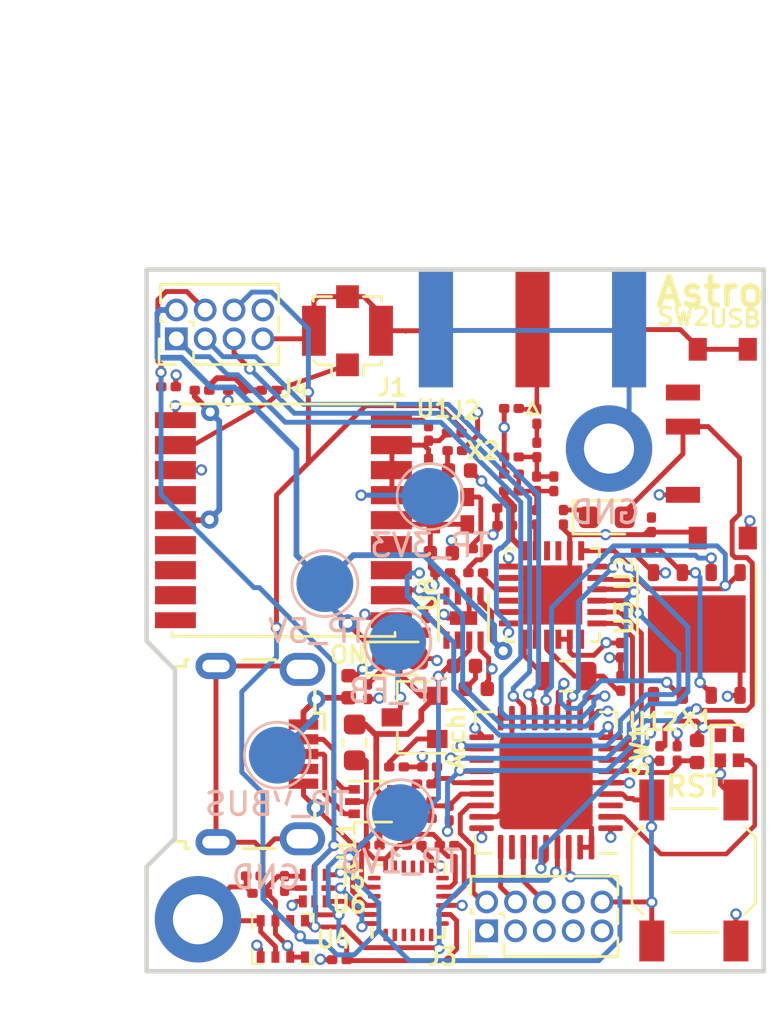
<source format=kicad_pcb>
(kicad_pcb (version 20171130) (host pcbnew 5.1.6)
  (layers (0 F.Cu signal) (1 In1.Cu power hide) (2 In2.Cu power hide) (31 B.Cu signal) (34 B.Paste user) (35 F.Paste user) (36 B.SilkS user) (37 F.SilkS user) (38 B.Mask user) (39 F.Mask user) (44 Edge.Cuts user))
  (net 0 "")
  (net 1 GND)
  (net 2 +3V3)
  (net 3 "Net-(C2-Pad1)")
  (net 4 "Net-(C12-Pad1)")
  (net 5 "Net-(C7-Pad1)")
  (net 6 "Net-(C8-Pad1)")
  (net 7 "Net-(C9-Pad2)")
  (net 8 "Net-(C10-Pad2)")
  (net 9 "Net-(C10-Pad1)")
  (net 10 "Net-(C12-Pad2)")
  (net 11 +5V)
  (net 12 "Net-(C19-Pad2)")
  (net 13 "Net-(C22-Pad2)")
  (net 14 "Net-(C23-Pad1)")
  (net 15 DIO3)
  (net 16 "Net-(FB2-Pad1)")
  (net 17 "Net-(J1-Pad1)")
  (net 18 NRST)
  (net 19 TRACESWO)
  (net 20 SWCLK)
  (net 21 SWDIO)
  (net 22 "Net-(J5-Pad4)")
  (net 23 SDA)
  (net 24 SCL)
  (net 25 CO)
  (net 26 CH4)
  (net 27 "Net-(L2-Pad1)")
  (net 28 "Net-(R1-Pad2)")
  (net 29 "Net-(R2-Pad2)")
  (net 30 "Net-(R3-Pad2)")
  (net 31 "Net-(R4-Pad1)")
  (net 32 "Net-(U1-Pad18)")
  (net 33 "Net-(U1-Pad17)")
  (net 34 "Net-(U1-Pad16)")
  (net 35 "Net-(U1-Pad15)")
  (net 36 "Net-(U1-Pad13)")
  (net 37 "Net-(U1-Pad4)")
  (net 38 TX2)
  (net 39 RX2)
  (net 40 "Net-(U2-Pad22)")
  (net 41 "Net-(U2-Pad21)")
  (net 42 NSS)
  (net 43 SCK)
  (net 44 MOSI)
  (net 45 MISO)
  (net 46 BUSY)
  (net 47 DIO1)
  (net 48 "Net-(U2-Pad12)")
  (net 49 "Net-(U2-Pad4)")
  (net 50 NCS)
  (net 51 "Net-(U12-Pad31)")
  (net 52 USBD+)
  (net 53 USBD-)
  (net 54 /D-)
  (net 55 /D+)
  (net 56 ENUSB)
  (net 57 "Net-(C26-Pad1)")
  (net 58 "Net-(R5-Pad2)")
  (net 59 "Net-(R6-Pad1)")
  (net 60 "Net-(U6-Pad21)")
  (net 61 "Net-(U6-Pad19)")
  (net 62 "Net-(U6-Pad17)")
  (net 63 "Net-(U6-Pad16)")
  (net 64 "Net-(U6-Pad15)")
  (net 65 "Net-(U6-Pad14)")
  (net 66 "Net-(U6-Pad12)")
  (net 67 "Net-(U6-Pad7)")
  (net 68 "Net-(U6-Pad6)")
  (net 69 "Net-(U6-Pad5)")
  (net 70 "Net-(U6-Pad4)")
  (net 71 "Net-(U6-Pad3)")
  (net 72 "Net-(U6-Pad2)")
  (net 73 "Net-(U6-Pad1)")
  (net 74 "Net-(U12-Pad3)")
  (net 75 "Net-(U12-Pad2)")
  (net 76 "Net-(X1-Pad1)")
  (net 77 "Net-(C13-Pad1)")
  (net 78 "Net-(L6-Pad1)")
  (net 79 +1V8)
  (net 80 "Net-(C15-Pad2)")
  (net 81 "Net-(R7-Pad2)")
  (net 82 "Net-(U5-Pad3)")
  (net 83 "Net-(R11-Pad2)")
  (net 84 "Net-(U5-Pad4)")
  (net 85 "Net-(R13-Pad1)")
  (net 86 "Net-(SW2-Pad3)")
  (net 87 SXNRST)
  (net 88 "Net-(U12-Pad29)")
  (net 89 "Net-(D2-Pad1)")
  (net 90 "Net-(D3-Pad1)")
  (net 91 O3)
  (net 92 "Net-(FB2-Pad2)")
  (net 93 "Net-(Q1-Pad1)")
  (net 94 "Net-(J3-Pad8)")
  (net 95 "Net-(J3-Pad7)")
  (module Resistor_SMD:R_0201_0603Metric (layer F.Cu) (at 136.5123 100.1268 270)
    (fp_text reference R13 hide)
    (fp_text value 10kΩ hide)
    (pad 2 smd roundrect (at 0.32 0 270) (size 0.46 0.4) (layers F.Cu F.Mask) (net 1 GND))
    (pad 1 smd roundrect (at -0.32 0 270) (size 0.46 0.4) (layers F.Cu F.Mask) (net 85 "Net-(R13-Pad1)"))
  )
  (module SX1262IMLTRT:QFN50P400X400X100-25N (layer F.Cu) (at 132.1689 103.2129)
    (fp_text reference U2 (at 3.1369 -0.9525 90) (layer F.SilkS) (effects (font (size 0.75 0.75))))
    (fp_text value SX1262IMLTRT hide)
    (pad 25 smd rect (at 0 0 90) (size 2.6 2.6) (layers F.Cu F.Paste F.Mask) (net 1 GND))
    (pad 24 smd rect (at -1.25 -1.945 90) (size 0.84 0.26) (layers F.Cu F.Paste F.Mask) (net 3 "Net-(C2-Pad1)"))
    (pad 23 smd rect (at -0.75 -1.945 90) (size 0.84 0.26) (layers F.Cu F.Paste F.Mask) (net 78 "Net-(L6-Pad1)"))
    (pad 22 smd rect (at -0.25 -1.945 90) (size 0.84 0.26) (layers F.Cu F.Paste F.Mask) (net 40 "Net-(U2-Pad22)"))
    (pad 21 smd rect (at 0.25 -1.945 90) (size 0.84 0.26) (layers F.Cu F.Paste F.Mask) (net 41 "Net-(U2-Pad21)"))
    (pad 20 smd rect (at 0.75 -1.945 90) (size 0.84 0.26) (layers F.Cu F.Paste F.Mask) (net 1 GND))
    (pad 19 smd rect (at 1.25 -1.945 90) (size 0.84 0.26) (layers F.Cu F.Paste F.Mask) (net 42 NSS))
    (pad 18 smd rect (at 1.945 -1.25) (size 0.84 0.26) (layers F.Cu F.Paste F.Mask) (net 43 SCK))
    (pad 17 smd rect (at 1.945 -0.75) (size 0.84 0.26) (layers F.Cu F.Paste F.Mask) (net 44 MOSI))
    (pad 16 smd rect (at 1.945 -0.25) (size 0.84 0.26) (layers F.Cu F.Paste F.Mask) (net 45 MISO))
    (pad 15 smd rect (at 1.945 0.25) (size 0.84 0.26) (layers F.Cu F.Paste F.Mask) (net 87 SXNRST))
    (pad 14 smd rect (at 1.945 0.75) (size 0.84 0.26) (layers F.Cu F.Paste F.Mask) (net 46 BUSY))
    (pad 13 smd rect (at 1.945 1.25) (size 0.84 0.26) (layers F.Cu F.Paste F.Mask) (net 47 DIO1))
    (pad 12 smd rect (at 1.25 1.945 270) (size 0.84 0.26) (layers F.Cu F.Paste F.Mask) (net 48 "Net-(U2-Pad12)"))
    (pad 11 smd rect (at 0.75 1.945 270) (size 0.84 0.26) (layers F.Cu F.Paste F.Mask) (net 2 +3V3))
    (pad 10 smd rect (at 0.25 1.945 270) (size 0.84 0.26) (layers F.Cu F.Paste F.Mask) (net 2 +3V3))
    (pad 9 smd rect (at -0.25 1.945 270) (size 0.84 0.26) (layers F.Cu F.Paste F.Mask) (net 5 "Net-(C7-Pad1)"))
    (pad 8 smd rect (at -0.75 1.945 270) (size 0.84 0.26) (layers F.Cu F.Paste F.Mask) (net 1 GND))
    (pad 7 smd rect (at -1.25 1.945 270) (size 0.84 0.26) (layers F.Cu F.Paste F.Mask) (net 27 "Net-(L2-Pad1)"))
    (pad 6 smd rect (at -1.945 1.25 180) (size 0.84 0.26) (layers F.Cu F.Paste F.Mask) (net 15 DIO3))
    (pad 5 smd rect (at -1.945 0.75 180) (size 0.84 0.26) (layers F.Cu F.Paste F.Mask) (net 1 GND))
    (pad 4 smd rect (at -1.945 0.25 180) (size 0.84 0.26) (layers F.Cu F.Paste F.Mask) (net 49 "Net-(U2-Pad4)"))
    (pad 3 smd rect (at -1.945 -0.25 180) (size 0.84 0.26) (layers F.Cu F.Paste F.Mask) (net 30 "Net-(R3-Pad2)"))
    (pad 2 smd rect (at -1.945 -0.75 180) (size 0.84 0.26) (layers F.Cu F.Paste F.Mask) (net 1 GND))
    (pad 1 smd rect (at -1.945 -1.25 180) (size 0.84 0.26) (layers F.Cu F.Paste F.Mask) (net 2 +3V3))
  )
  (module Connector_PinHeader_1.27mm:PinHeader_2x05_P1.27mm_Vertical (layer F.Cu) (at 129.2606 117.983 90)
    (fp_text reference J3 (at -1.143 -1.9558 180) (layer F.SilkS) (effects (font (size 0.75 0.75))))
    (fp_text value Conn_02x05_Odd_Even hide)
    (pad 1 thru_hole rect (at 0 0 90) (size 1 1) (drill 0.65) (layers *.Cu *.Mask) (net 2 +3V3))
    (pad 2 thru_hole oval (at 1.27 0 90) (size 1 1) (drill 0.65) (layers *.Cu *.Mask) (net 21 SWDIO))
    (pad 3 thru_hole oval (at 0 1.27 90) (size 1 1) (drill 0.65) (layers *.Cu *.Mask) (net 1 GND))
    (pad 4 thru_hole oval (at 1.27 1.27 90) (size 1 1) (drill 0.65) (layers *.Cu *.Mask) (net 20 SWCLK))
    (pad 5 thru_hole oval (at 0 2.54 90) (size 1 1) (drill 0.65) (layers *.Cu *.Mask) (net 1 GND))
    (pad 6 thru_hole oval (at 1.27 2.54 90) (size 1 1) (drill 0.65) (layers *.Cu *.Mask) (net 19 TRACESWO))
    (pad 7 thru_hole oval (at 0 3.81 90) (size 1 1) (drill 0.65) (layers *.Cu *.Mask) (net 95 "Net-(J3-Pad7)"))
    (pad 8 thru_hole oval (at 1.27 3.81 90) (size 1 1) (drill 0.65) (layers *.Cu *.Mask) (net 94 "Net-(J3-Pad8)"))
    (pad 9 thru_hole oval (at 0 5.08 90) (size 1 1) (drill 0.65) (layers *.Cu *.Mask) (net 1 GND))
    (pad 10 thru_hole oval (at 1.27 5.08 90) (size 1 1) (drill 0.65) (layers *.Cu *.Mask) (net 18 NRST))
  )
  (module Connector_USB:USB_Micro-B_Wuerth_629105150521 (layer F.Cu) (at 119.3038 110.2106 270)
    (fp_text reference J5 (at 5.5372 -3.9878) (layer F.SilkS) (effects (font (size 0.75 0.75))))
    (fp_text value USB_B_Micro hide)
    (pad 1 smd rect (at -1.3 -1.9 270) (size 0.45 1.3) (layers F.Cu F.Paste F.Mask) (net 16 "Net-(FB2-Pad1)"))
    (pad 2 smd rect (at -0.65 -1.9 270) (size 0.45 1.3) (layers F.Cu F.Paste F.Mask) (net 54 /D-))
    (pad 3 smd rect (at 0 -1.9 270) (size 0.45 1.3) (layers F.Cu F.Paste F.Mask) (net 55 /D+))
    (pad 4 smd rect (at 0.65 -1.9 270) (size 0.45 1.3) (layers F.Cu F.Paste F.Mask) (net 22 "Net-(J5-Pad4)"))
    (pad 5 smd rect (at 1.3 -1.9 270) (size 0.45 1.3) (layers F.Cu F.Paste F.Mask) (net 1 GND))
    (pad 6 thru_hole oval (at -3.725 -1.85 270) (size 1.45 2) (drill oval 0.85 1.4) (layers *.Cu *.Mask) (net 57 "Net-(C26-Pad1)"))
    (pad 6 thru_hole oval (at 3.725 -1.85 270) (size 1.45 2) (drill oval 0.85 1.4) (layers *.Cu *.Mask) (net 57 "Net-(C26-Pad1)"))
    (pad 6 thru_hole oval (at -3.875 1.95 270) (size 1.15 1.8) (drill oval 0.55 1.2) (layers *.Cu *.Mask) (net 57 "Net-(C26-Pad1)"))
    (pad 6 thru_hole oval (at 3.875 1.95 270) (size 1.15 1.8) (drill oval 0.55 1.2) (layers *.Cu *.Mask) (net 57 "Net-(C26-Pad1)"))
    (pad "" np_thru_hole oval (at -2.5 -0.8 270) (size 0.8 0.8) (drill 0.8) (layers *.Cu *.Mask))
    (pad "" np_thru_hole oval (at 2.5 -0.8 270) (size 0.8 0.8) (drill 0.8) (layers *.Cu *.Mask))
  )
  (module Package_DFN_QFN:UQFN-8_1.6x1.6mm_P0.5mm (layer F.Cu) (at 121.674 116.1034 90)
    (fp_text reference U5 hide)
    (fp_text value PCA9306 hide)
    (pad 6 smd rect (at 0.585 0 90) (size 0.53 0.25) (layers F.Cu F.Paste F.Mask) (net 24 SCL))
    (pad 2 smd rect (at -0.585 0 90) (size 0.53 0.25) (layers F.Cu F.Paste F.Mask) (net 79 +1V8))
    (pad 3 smd rect (at -0.585 0.5 90) (size 0.53 0.25) (layers F.Cu F.Paste F.Mask) (net 82 "Net-(U5-Pad3)"))
    (pad 5 smd rect (at 0.585 0.5 90) (size 0.53 0.25) (layers F.Cu F.Paste F.Mask) (net 23 SDA))
    (pad 1 smd rect (at -0.585 -0.5 90) (size 0.53 0.35) (layers F.Cu F.Paste F.Mask) (net 1 GND))
    (pad 7 smd rect (at 0.585 -0.5 90) (size 0.53 0.25) (layers F.Cu F.Paste F.Mask) (net 2 +3V3))
    (pad 8 smd rect (at 0 -0.585 180) (size 0.53 0.25) (layers F.Cu F.Paste F.Mask) (net 83 "Net-(R11-Pad2)"))
    (pad 4 smd rect (at 0 0.585 180) (size 0.53 0.25) (layers F.Cu F.Paste F.Mask) (net 84 "Net-(U5-Pad4)"))
  )
  (module Capacitor_SMD:C_0402_1005Metric (layer F.Cu) (at 128.8034 107.3404)
    (fp_text reference C16 hide)
    (fp_text value 2.2µF hide)
    (pad 2 smd roundrect (at 0.485 0) (size 0.59 0.64) (layers F.Cu F.Paste F.Mask) (net 2 +3V3))
    (pad 1 smd roundrect (at -0.485 0) (size 0.59 0.64) (layers F.Cu F.Paste F.Mask) (net 1 GND))
  )
  (module Resistor_SMD:R_0201_0603Metric (layer F.Cu) (at 124.02312 107.4674 90)
    (fp_text reference R12 hide)
    (fp_text value 68Ω hide)
    (pad 1 smd roundrect (at -0.32 0 90) (size 0.46 0.4) (layers F.Cu F.Mask) (net 1 GND))
    (pad 2 smd roundrect (at 0.32 0 90) (size 0.46 0.4) (layers F.Cu F.Mask) (net 89 "Net-(D2-Pad1)"))
  )
  (module Capacitor_SMD:C_0603_1608Metric (layer F.Cu) (at 123.45416 109.69752 270)
    (fp_text reference C14 hide)
    (fp_text value 10µF hide)
    (pad 1 smd roundrect (at -0.7875 0 270) (size 0.875 0.95) (layers F.Cu F.Paste F.Mask) (net 11 +5V))
    (pad 2 smd roundrect (at 0.7875 0 270) (size 0.875 0.95) (layers F.Cu F.Paste F.Mask) (net 1 GND))
  )
  (module Capacitor_SMD:C_0201_0603Metric (layer F.Cu) (at 126.70536 97.54064 270)
    (fp_text reference C4 hide)
    (fp_text value 0.1µF hide)
    (pad 1 smd roundrect (at -0.32 0 270) (size 0.46 0.4) (layers F.Cu F.Mask) (net 2 +3V3))
    (pad 2 smd roundrect (at 0.32 0 270) (size 0.46 0.4) (layers F.Cu F.Mask) (net 1 GND))
  )
  (module TestPoint:TestPoint_Pad_D2.5mm (layer B.Cu) (at 122.14352 102.71252)
    (fp_text reference TP_5V (at -0.32512 2.08788) (layer B.SilkS) (effects (justify mirror)))
    (fp_text value TestPoint hide)
    (pad 1 smd circle (at 0 0) (size 2.5 2.5) (layers B.Cu B.Mask) (net 11 +5V))
  )
  (module Inductor_SMD:L_0402_1005Metric (layer F.Cu) (at 123.19 107.24896 90)
    (fp_text reference FB2 hide)
    (fp_text value Ferrite_Bead hide)
    (pad 2 smd roundrect (at 0.485 0 90) (size 0.59 0.64) (layers F.Cu F.Paste F.Mask) (net 92 "Net-(FB2-Pad2)"))
    (pad 1 smd roundrect (at -0.485 0 90) (size 0.59 0.64) (layers F.Cu F.Paste F.Mask) (net 16 "Net-(FB2-Pad1)"))
  )
  (module Resistor_SMD:R_0201_0603Metric (layer F.Cu) (at 125.2982 110.77448 180)
    (fp_text reference R15 hide)
    (fp_text value 10kΩ hide)
    (pad 2 smd roundrect (at 0.32 0 180) (size 0.46 0.4) (layers F.Cu F.Mask) (net 93 "Net-(Q1-Pad1)"))
    (pad 1 smd roundrect (at -0.32 0 180) (size 0.46 0.4) (layers F.Cu F.Mask) (net 1 GND))
  )
  (module Package_TO_SOT_SMD:SOT-23 (layer F.Cu) (at 126.09068 108.59516 180)
    (fp_text reference Q1 hide)
    (fp_text value Si2371EDS hide)
    (pad 3 smd rect (at 1 0 180) (size 0.9 0.8) (layers F.Cu F.Paste F.Mask) (net 92 "Net-(FB2-Pad2)"))
    (pad 2 smd rect (at -1 0.95 180) (size 0.9 0.8) (layers F.Cu F.Paste F.Mask) (net 11 +5V))
    (pad 1 smd rect (at -1 -0.95 180) (size 0.9 0.8) (layers F.Cu F.Paste F.Mask) (net 93 "Net-(Q1-Pad1)"))
  )
  (module TestPoint:TestPoint_Pad_D2.5mm (layer B.Cu) (at 120.05056 110.25632)
    (fp_text reference TP_VBUS (at 0 2.148) (layer B.SilkS) (effects (justify mirror)))
    (fp_text value TestPoint hide)
    (pad 1 smd circle (at 0 0) (size 2.5 2.5) (layers B.Cu B.Mask) (net 16 "Net-(FB2-Pad1)"))
  )
  (module TestPoint:TestPoint_Pad_D2.5mm (layer B.Cu) (at 125.349 105.283)
    (fp_text reference TP_FB (at 0 2.148) (layer B.SilkS) (effects (justify mirror)))
    (fp_text value TestPoint hide)
    (pad 1 smd circle (at 0 0) (size 2.5 2.5) (layers B.Cu B.Mask) (net 92 "Net-(FB2-Pad2)"))
  )
  (module TestPoint:TestPoint_Pad_D2.5mm (layer B.Cu) (at 125.46584 112.78616)
    (fp_text reference TP_1V8 (at 0 2.148) (layer B.SilkS) (effects (justify mirror)))
    (fp_text value TestPoint hide)
    (pad 1 smd circle (at 0 0) (size 2.5 2.5) (layers B.Cu B.Mask) (net 79 +1V8))
  )
  (module TestPoint:TestPoint_Pad_D2.5mm (layer B.Cu) (at 126.7714 98.8822)
    (fp_text reference TP_3V3 (at 0 2.148) (layer B.SilkS) (effects (justify mirror)))
    (fp_text value TestPoint hide)
    (pad 1 smd circle (at 0 0) (size 2.5 2.5) (layers B.Cu B.Mask) (net 2 +3V3))
  )
  (module Connector_Coaxial:SMA_Amphenol_132289_EdgeMount (layer F.Cu) (at 131.2799 91.5416 90)
    (fp_text reference J2 (at -3.556 -2.9591) (layer F.SilkS) (effects (font (size 0.75 0.75))))
    (fp_text value Conn_Coaxial hide)
    (pad 1 smd rect (at 0 0 180) (size 1.5 5.08) (layers F.Cu F.Paste F.Mask) (net 14 "Net-(C23-Pad1)"))
    (pad 2 smd rect (at 0 -4.25 180) (size 1.5 5.08) (layers F.Cu F.Paste F.Mask) (net 1 GND))
    (pad 2 smd rect (at 0 4.25 180) (size 1.5 5.08) (layers F.Cu F.Paste F.Mask) (net 1 GND))
    (pad 2 smd rect (at 0 -4.25 180) (size 1.5 5.08) (layers B.Cu B.Paste B.Mask) (net 1 GND))
    (pad 2 smd rect (at 0 4.25 180) (size 1.5 5.08) (layers B.Cu B.Paste B.Mask) (net 1 GND))
  )
  (module RF_GPS:ublox_MAX (layer F.Cu) (at 120.3198 99.9236 180)
    (fp_text reference U1 (at -6.604 4.89712) (layer F.SilkS) (effects (font (size 0.75 0.75))))
    (fp_text value MAX-M8Q hide)
    (pad 18 smd rect (at 4.75 -4.4 180) (size 1.8 0.7) (layers F.Cu F.Paste F.Mask) (net 32 "Net-(U1-Pad18)"))
    (pad 17 smd rect (at 4.75 -3.3 180) (size 1.8 0.8) (layers F.Cu F.Paste F.Mask) (net 33 "Net-(U1-Pad17)"))
    (pad 16 smd rect (at 4.75 -2.2 180) (size 1.8 0.8) (layers F.Cu F.Paste F.Mask) (net 34 "Net-(U1-Pad16)"))
    (pad 15 smd rect (at 4.75 -1.1 180) (size 1.8 0.8) (layers F.Cu F.Paste F.Mask) (net 35 "Net-(U1-Pad15)"))
    (pad 14 smd rect (at 4.75 0 180) (size 1.8 0.8) (layers F.Cu F.Paste F.Mask) (net 29 "Net-(R2-Pad2)"))
    (pad 13 smd rect (at 4.75 1.1 180) (size 1.8 0.8) (layers F.Cu F.Paste F.Mask) (net 36 "Net-(U1-Pad13)"))
    (pad 12 smd rect (at 4.75 2.2 180) (size 1.8 0.8) (layers F.Cu F.Paste F.Mask) (net 1 GND))
    (pad 11 smd rect (at 4.75 3.3 180) (size 1.8 0.8) (layers F.Cu F.Paste F.Mask) (net 17 "Net-(J1-Pad1)"))
    (pad 10 smd rect (at 4.75 4.4 180) (size 1.8 0.7) (layers F.Cu F.Paste F.Mask) (net 1 GND))
    (pad 9 smd rect (at -4.75 4.4 180) (size 1.8 0.7) (layers F.Cu F.Paste F.Mask) (net 28 "Net-(R1-Pad2)"))
    (pad 8 smd rect (at -4.75 3.3 180) (size 1.8 0.8) (layers F.Cu F.Paste F.Mask) (net 2 +3V3))
    (pad 7 smd rect (at -4.75 2.2 180) (size 1.8 0.8) (layers F.Cu F.Paste F.Mask) (net 2 +3V3))
    (pad 6 smd rect (at -4.75 1.1 180) (size 1.8 0.8) (layers F.Cu F.Paste F.Mask) (net 2 +3V3))
    (pad 5 smd rect (at -4.75 0 180) (size 1.8 0.8) (layers F.Cu F.Paste F.Mask) (net 1 GND))
    (pad 4 smd rect (at -4.75 -1.1 180) (size 1.8 0.8) (layers F.Cu F.Paste F.Mask) (net 37 "Net-(U1-Pad4)"))
    (pad 3 smd rect (at -4.75 -2.2 180) (size 1.8 0.8) (layers F.Cu F.Paste F.Mask) (net 38 TX2))
    (pad 2 smd rect (at -4.75 -3.3 180) (size 1.8 0.8) (layers F.Cu F.Paste F.Mask) (net 39 RX2))
    (pad 1 smd rect (at -4.75 -4.4 180) (size 1.8 0.7) (layers F.Cu F.Paste F.Mask) (net 1 GND))
  )
  (module Inductor_SMD:L_0805_2021Metric_TDK (layer F.Cu) (at 132.80644 106.7816)
    (fp_text reference L2 hide)
    (fp_text value 15µH hide)
    (pad 2 smd roundrect (at 0.8867 0) (size 0.8 1.25) (layers F.Cu F.Paste F.Mask) (net 5 "Net-(C7-Pad1)"))
    (pad 1 smd roundrect (at -0.9883 0) (size 0.8 1.25) (layers F.Cu F.Paste F.Mask) (net 27 "Net-(L2-Pad1)"))
  )
  (module Package_DFN_QFN:QFN-36-1EP_6x6mm_P0.5mm_EP4.1x4.1mm (layer F.Cu) (at 131.8752 111.4679 180)
    (fp_text reference U12 (at -4.726 2.6797) (layer F.SilkS) (effects (font (size 0.75 0.75))))
    (fp_text value STM32F103TBUx hide)
    (pad 36 smd roundrect (at -2 -2.8375 180) (size 0.25 1.075) (layers F.Cu F.Paste F.Mask) (net 1 GND))
    (pad 35 smd roundrect (at -1.5 -2.8375 180) (size 0.25 1.075) (layers F.Cu F.Paste F.Mask) (net 1 GND))
    (pad 34 smd roundrect (at -1 -2.8375 180) (size 0.25 1.075) (layers F.Cu F.Paste F.Mask) (net 23 SDA))
    (pad 33 smd roundrect (at -0.5 -2.8375 180) (size 0.25 1.075) (layers F.Cu F.Paste F.Mask) (net 24 SCL))
    (pad 32 smd roundrect (at 0 -2.8375 180) (size 0.25 1.075) (layers F.Cu F.Paste F.Mask) (net 50 NCS))
    (pad 31 smd roundrect (at 0.5 -2.8375 180) (size 0.25 1.075) (layers F.Cu F.Paste F.Mask) (net 51 "Net-(U12-Pad31)"))
    (pad 30 smd roundrect (at 1 -2.8375 180) (size 0.25 1.075) (layers F.Cu F.Paste F.Mask) (net 19 TRACESWO))
    (pad 29 smd roundrect (at 1.5 -2.8375 180) (size 0.25 1.075) (layers F.Cu F.Paste F.Mask) (net 88 "Net-(U12-Pad29)"))
    (pad 28 smd roundrect (at 2 -2.8375 180) (size 0.25 1.075) (layers F.Cu F.Paste F.Mask) (net 20 SWCLK))
    (pad 27 smd roundrect (at 2.8375 -2 180) (size 1.075 0.25) (layers F.Cu F.Paste F.Mask) (net 2 +3V3))
    (pad 26 smd roundrect (at 2.8375 -1.5 180) (size 1.075 0.25) (layers F.Cu F.Paste F.Mask) (net 1 GND))
    (pad 25 smd roundrect (at 2.8375 -1 180) (size 1.075 0.25) (layers F.Cu F.Paste F.Mask) (net 21 SWDIO))
    (pad 24 smd roundrect (at 2.8375 -0.5 180) (size 1.075 0.25) (layers F.Cu F.Paste F.Mask) (net 52 USBD+))
    (pad 23 smd roundrect (at 2.8375 0 180) (size 1.075 0.25) (layers F.Cu F.Paste F.Mask) (net 53 USBD-))
    (pad 22 smd roundrect (at 2.8375 0.5 180) (size 1.075 0.25) (layers F.Cu F.Paste F.Mask) (net 56 ENUSB))
    (pad 21 smd roundrect (at 2.8375 1 180) (size 1.075 0.25) (layers F.Cu F.Paste F.Mask) (net 42 NSS))
    (pad 20 smd roundrect (at 2.8375 1.5 180) (size 1.075 0.25) (layers F.Cu F.Paste F.Mask) (net 87 SXNRST))
    (pad 19 smd roundrect (at 2.8375 2 180) (size 1.075 0.25) (layers F.Cu F.Paste F.Mask) (net 2 +3V3))
    (pad 18 smd roundrect (at 2 2.8375 180) (size 0.25 1.075) (layers F.Cu F.Paste F.Mask) (net 1 GND))
    (pad 17 smd roundrect (at 1.5 2.8375 180) (size 0.25 1.075) (layers F.Cu F.Paste F.Mask) (net 1 GND))
    (pad 16 smd roundrect (at 1 2.8375 180) (size 0.25 1.075) (layers F.Cu F.Paste F.Mask) (net 25 CO))
    (pad 15 smd roundrect (at 0.5 2.8375 180) (size 0.25 1.075) (layers F.Cu F.Paste F.Mask) (net 26 CH4))
    (pad 14 smd roundrect (at 0 2.8375 180) (size 0.25 1.075) (layers F.Cu F.Paste F.Mask) (net 44 MOSI))
    (pad 13 smd roundrect (at -0.5 2.8375 180) (size 0.25 1.075) (layers F.Cu F.Paste F.Mask) (net 45 MISO))
    (pad 12 smd roundrect (at -1 2.8375 180) (size 0.25 1.075) (layers F.Cu F.Paste F.Mask) (net 43 SCK))
    (pad 11 smd roundrect (at -1.5 2.8375 180) (size 0.25 1.075) (layers F.Cu F.Paste F.Mask) (net 91 O3))
    (pad 10 smd roundrect (at -2 2.8375 180) (size 0.25 1.075) (layers F.Cu F.Paste F.Mask) (net 39 RX2))
    (pad 9 smd roundrect (at -2.8375 2 180) (size 1.075 0.25) (layers F.Cu F.Paste F.Mask) (net 38 TX2))
    (pad 8 smd roundrect (at -2.8375 1.5 180) (size 1.075 0.25) (layers F.Cu F.Paste F.Mask) (net 47 DIO1))
    (pad 7 smd roundrect (at -2.8375 1 180) (size 1.075 0.25) (layers F.Cu F.Paste F.Mask) (net 46 BUSY))
    (pad 6 smd roundrect (at -2.8375 0.5 180) (size 1.075 0.25) (layers F.Cu F.Paste F.Mask) (net 12 "Net-(C19-Pad2)"))
    (pad 5 smd roundrect (at -2.8375 0 180) (size 1.075 0.25) (layers F.Cu F.Paste F.Mask) (net 1 GND))
    (pad 4 smd roundrect (at -2.8375 -0.5 180) (size 1.075 0.25) (layers F.Cu F.Paste F.Mask) (net 18 NRST))
    (pad 3 smd roundrect (at -2.8375 -1 180) (size 1.075 0.25) (layers F.Cu F.Paste F.Mask) (net 74 "Net-(U12-Pad3)"))
    (pad 2 smd roundrect (at -2.8375 -1.5 180) (size 1.075 0.25) (layers F.Cu F.Paste F.Mask) (net 75 "Net-(U12-Pad2)"))
    (pad 1 smd roundrect (at -2.8375 -2 180) (size 1.075 0.25) (layers F.Cu F.Paste F.Mask) (net 2 +3V3))
    (pad 37 smd roundrect (at 0 0 180) (size 4.1 4.1) (layers F.Cu F.Mask) (roundrect_rratio 0.060976) (net 1 GND))
  )
  (module Resistor_SMD:R_0201_0603Metric (layer F.Cu) (at 127.61468 112.80648 270)
    (fp_text reference R10 hide)
    (fp_text value 1.5kΩ hide)
    (pad 2 smd roundrect (at 0.32 0 270) (size 0.46 0.4) (layers F.Cu F.Mask) (net 56 ENUSB))
    (pad 1 smd roundrect (at -0.32 0 270) (size 0.46 0.4) (layers F.Cu F.Mask) (net 52 USBD+))
  )
  (module Package_TO_SOT_SMD:SOT-666 (layer F.Cu) (at 124.2822 112.29848)
    (fp_text reference U11 (at -1.1684 1.95072 90) (layer F.SilkS) (effects (font (size 0.75 0.75))))
    (fp_text value USBLC6-2SC6 hide)
    (pad 6 smd rect (at 0.85 -0.5375) (size 0.5 0.375) (layers F.Cu F.Paste F.Mask) (net 59 "Net-(R6-Pad1)"))
    (pad 4 smd rect (at 0.85 0.5375) (size 0.5 0.375) (layers F.Cu F.Paste F.Mask) (net 58 "Net-(R5-Pad2)"))
    (pad 2 smd rect (at -0.925 0) (size 0.65 0.3) (layers F.Cu F.Paste F.Mask) (net 1 GND))
    (pad 5 smd rect (at 0.925 0) (size 0.65 0.3) (layers F.Cu F.Paste F.Mask) (net 11 +5V))
    (pad 3 smd rect (at -0.85 0.5375) (size 0.5 0.375) (layers F.Cu F.Paste F.Mask) (net 55 /D+))
    (pad 1 smd rect (at -0.85 -0.5375) (size 0.5 0.375) (layers F.Cu F.Paste F.Mask) (net 54 /D-))
  )
  (module Button_Switch_SMD:SSSS811101 (layer F.Cu) (at 139.6492 96.5581 90)
    (fp_text reference SW2 (at 5.588 -1.7272 180) (layer F.SilkS) (effects (font (size 0.75 0.75))))
    (fp_text value SW_SPDT_GND hide)
    (pad "" np_thru_hole circle (at 1.5 0 90) (size 0.9 0.9) (drill 0.9) (layers *.Cu *.Mask))
    (pad "" np_thru_hole circle (at -1.5 0 90) (size 0.9 0.9) (drill 0.9) (layers *.Cu *.Mask))
    (pad 7 smd rect (at 4.15 1.1 90) (size 1 0.8) (layers F.Cu F.Paste F.Mask) (net 1 GND))
    (pad 6 smd rect (at 4.15 -1.1 90) (size 1 0.8) (layers F.Cu F.Paste F.Mask) (net 1 GND))
    (pad 5 smd rect (at -4.15 1.1 90) (size 1 0.8) (layers F.Cu F.Paste F.Mask) (net 1 GND))
    (pad 4 smd rect (at -4.15 -1.1 90) (size 1 0.8) (layers F.Cu F.Paste F.Mask) (net 1 GND))
    (pad 1 smd rect (at -2.25 -1.75 90) (size 0.7 1.5) (layers F.Cu F.Paste F.Mask) (net 2 +3V3))
    (pad 2 smd rect (at 0.75 -1.75 90) (size 0.7 1.5) (layers F.Cu F.Paste F.Mask) (net 56 ENUSB))
    (pad 3 smd rect (at 2.25 -1.75 90) (size 0.7 1.5) (layers F.Cu F.Paste F.Mask) (net 86 "Net-(SW2-Pad3)"))
  )
  (module SON50P200X200X60-9N:SON50P200X200X60-9N (layer F.Cu) (at 128.2446 104.2289 270)
    (fp_text reference U8 (at -1.0287 1.5748 90) (layer F.SilkS) (effects (font (size 0.75 0.75))))
    (fp_text value MIC5350-SGYMT-TR hide)
    (pad 1 smd rect (at -0.97 -0.75 270) (size 0.76 0.27) (layers F.Cu F.Paste F.Mask) (net 11 +5V))
    (pad 2 smd rect (at -0.97 -0.25 270) (size 0.76 0.27) (layers F.Cu F.Paste F.Mask) (net 1 GND))
    (pad 3 smd rect (at -0.97 0.25 270) (size 0.76 0.27) (layers F.Cu F.Paste F.Mask) (net 80 "Net-(C15-Pad2)"))
    (pad 4 smd rect (at -0.97 0.75 270) (size 0.76 0.27) (layers F.Cu F.Paste F.Mask) (net 81 "Net-(R7-Pad2)"))
    (pad 5 smd rect (at 0.97 0.75 270) (size 0.76 0.27) (layers F.Cu F.Paste F.Mask) (net 81 "Net-(R7-Pad2)"))
    (pad 6 smd rect (at 0.97 0.25 270) (size 0.76 0.27) (layers F.Cu F.Paste F.Mask))
    (pad 7 smd rect (at 0.97 -0.25 270) (size 0.76 0.27) (layers F.Cu F.Paste F.Mask) (net 79 +1V8))
    (pad 8 smd rect (at 0.97 -0.75 270) (size 0.76 0.27) (layers F.Cu F.Paste F.Mask) (net 2 +3V3))
    (pad 9 smd rect (at 0 0 270) (size 0.6 1.2) (layers F.Cu F.Mask) (net 1 GND))
  )
  (module SOIC254P1016X440-4N:SOIC254P1016X440-4N (layer F.Cu) (at 127.6604 99.5045)
    (fp_text reference X2 (at 1.4478 -2.6289) (layer F.SilkS) (effects (font (size 0.75 0.75))))
    (fp_text value NT2016SA hide)
    (pad 2 smd rect (at 0.75 0.6) (size 0.6 0.8) (layers F.Cu F.Paste F.Mask) (net 1 GND))
    (pad 3 smd rect (at 0.75 -0.6) (size 0.6 0.8) (layers F.Cu F.Paste F.Mask) (net 9 "Net-(C10-Pad1)"))
    (pad 4 smd rect (at -0.75 -0.6) (size 0.6 0.8) (layers F.Cu F.Paste F.Mask) (net 7 "Net-(C9-Pad2)"))
    (pad 1 smd rect (at -0.75 0.6) (size 0.6 0.8) (layers F.Cu F.Paste F.Mask) (net 1 GND))
  )
  (module Resistor_SMD:R_0201_0603Metric (layer F.Cu) (at 132.6388 99.7966 90)
    (fp_text reference R14 hide)
    (fp_text value 68Ω hide)
    (pad 2 smd roundrect (at 0.32 0 90) (size 0.46 0.4) (layers F.Cu F.Mask) (net 90 "Net-(D3-Pad1)"))
    (pad 1 smd roundrect (at -0.32 0 90) (size 0.46 0.4) (layers F.Cu F.Mask) (net 1 GND))
  )
  (module LED_SMD:LED_0603_1608Metric (layer F.Cu) (at 134.5438 99.7966)
    (fp_text reference D3 hide)
    (fp_text value LED hide)
    (pad 2 smd roundrect (at 0.7875 0) (size 0.875 0.95) (layers F.Cu F.Paste F.Mask) (net 56 ENUSB))
    (pad 1 smd roundrect (at -0.7875 0) (size 0.875 0.95) (layers F.Cu F.Paste F.Mask) (net 90 "Net-(D3-Pad1)"))
  )
  (module Capacitor_SMD:C_0201_0603Metric (layer F.Cu) (at 126.75616 110.77448)
    (fp_text reference C25 hide)
    (fp_text value 47pF hide)
    (pad 1 smd roundrect (at -0.32 0) (size 0.46 0.4) (layers F.Cu F.Mask) (net 1 GND))
    (pad 2 smd roundrect (at 0.32 0) (size 0.46 0.4) (layers F.Cu F.Mask) (net 53 USBD-))
  )
  (module LED_SMD:LED_0603_1608Metric (layer F.Cu) (at 125.4506 106.01452)
    (fp_text reference D2 hide)
    (fp_text value LED hide)
    (pad 2 smd roundrect (at 0.7875 0) (size 0.875 0.95) (layers F.Cu F.Paste F.Mask) (net 2 +3V3))
    (pad 1 smd roundrect (at -0.7875 0) (size 0.875 0.95) (layers F.Cu F.Paste F.Mask) (net 89 "Net-(D2-Pad1)"))
  )
  (module Resistor_SMD:R_0201_0603Metric (layer F.Cu) (at 126.5174 112.28324 180)
    (fp_text reference R5 hide)
    (fp_text value 22Ω hide)
    (pad 1 smd roundrect (at -0.32 0 180) (size 0.46 0.4) (layers F.Cu F.Mask) (net 52 USBD+))
    (pad 2 smd roundrect (at 0.32 0 180) (size 0.46 0.4) (layers F.Cu F.Mask) (net 58 "Net-(R5-Pad2)"))
  )
  (module Package_SON:WSON-8-1EP_6x5mm_P1.27mm_EP3.4x4.3mm (layer F.Cu) (at 138.5062 104.9274 90)
    (fp_text reference U3 (at 0.7112 -3.2004 90) (layer F.SilkS) (effects (font (size 0.75 0.75))))
    (fp_text value W25Q128JVZP hide)
    (pad 1 smd roundrect (at -2.7 -1.905 90) (size 0.75 0.5) (layers F.Cu F.Paste F.Mask) (net 50 NCS))
    (pad 2 smd roundrect (at -2.7 -0.635 90) (size 0.75 0.5) (layers F.Cu F.Paste F.Mask) (net 45 MISO))
    (pad 3 smd roundrect (at -2.7 0.635 90) (size 0.75 0.5) (layers F.Cu F.Paste F.Mask) (net 31 "Net-(R4-Pad1)"))
    (pad 4 smd roundrect (at -2.7 1.905 90) (size 0.75 0.5) (layers F.Cu F.Paste F.Mask) (net 1 GND))
    (pad 5 smd roundrect (at 2.7 1.905 90) (size 0.75 0.5) (layers F.Cu F.Paste F.Mask) (net 44 MOSI))
    (pad 6 smd roundrect (at 2.7 0.635 90) (size 0.75 0.5) (layers F.Cu F.Paste F.Mask) (net 43 SCK))
    (pad 7 smd roundrect (at 2.7 -0.635 90) (size 0.75 0.5) (layers F.Cu F.Paste F.Mask) (net 31 "Net-(R4-Pad1)"))
    (pad 8 smd roundrect (at 2.7 -1.905 90) (size 0.75 0.5) (layers F.Cu F.Paste F.Mask) (net 2 +3V3))
    (pad 9 smd rect (at 0 0 90) (size 3.4 4.3) (layers F.Cu F.Mask) (net 1 GND))
  )
  (module MountingHole:MountingHole_2.2mm_M2_DIN965_Pad (layer F.Cu) (at 134.6454 96.774)
    (fp_text reference H2 hide)
    (fp_text value MountingHole_Pad hide)
    (pad 1 thru_hole circle (at 0 0) (size 3.8 3.8) (drill 2.2) (layers *.Cu *.Mask) (net 1 GND))
  )
  (module Capacitor_SMD:C_0201_0603Metric (layer F.Cu) (at 118.999 115.57 180)
    (fp_text reference C26 hide)
    (fp_text value 0.1µF hide)
    (pad 1 smd roundrect (at -0.32 0 180) (size 0.46 0.4) (layers F.Cu F.Mask) (net 57 "Net-(C26-Pad1)"))
    (pad 2 smd roundrect (at 0.32 0 180) (size 0.46 0.4) (layers F.Cu F.Mask) (net 1 GND))
  )
  (module Capacitor_SMD:C_0201_0603Metric (layer F.Cu) (at 135.1534 105.64372 270)
    (fp_text reference C1 hide)
    (fp_text value 0.1µF hide)
    (pad 2 smd roundrect (at 0.32 0 270) (size 0.46 0.4) (layers F.Cu F.Mask) (net 1 GND))
    (pad 1 smd roundrect (at -0.32 0 270) (size 0.46 0.4) (layers F.Cu F.Mask) (net 2 +3V3))
  )
  (module Capacitor_SMD:C_0201_0603Metric (layer F.Cu) (at 130.0607 100.1522 180)
    (fp_text reference C2 hide)
    (fp_text value 47pF hide)
    (pad 1 smd roundrect (at -0.32 0 180) (size 0.46 0.4) (layers F.Cu F.Mask) (net 3 "Net-(C2-Pad1)"))
    (pad 2 smd roundrect (at 0.32 0 180) (size 0.46 0.4) (layers F.Cu F.Mask) (net 1 GND))
  )
  (module Capacitor_SMD:C_0201_0603Metric (layer F.Cu) (at 130.048 99.3902 180)
    (fp_text reference C3 hide)
    (fp_text value 47nF hide)
    (pad 1 smd roundrect (at -0.32 0 180) (size 0.46 0.4) (layers F.Cu F.Mask) (net 3 "Net-(C2-Pad1)"))
    (pad 2 smd roundrect (at 0.32 0 180) (size 0.46 0.4) (layers F.Cu F.Mask) (net 1 GND))
  )
  (module Capacitor_SMD:C_0201_0603Metric (layer F.Cu) (at 130.3528 97.8916 180)
    (fp_text reference C6 hide)
    (fp_text value DNP hide)
    (pad 1 smd roundrect (at -0.32 0 180) (size 0.46 0.4) (layers F.Cu F.Mask) (net 4 "Net-(C12-Pad1)"))
    (pad 2 smd roundrect (at 0.32 0 180) (size 0.46 0.4) (layers F.Cu F.Mask) (net 1 GND))
  )
  (module Capacitor_SMD:C_0201_0603Metric (layer F.Cu) (at 118.2116 94.2086 180)
    (fp_text reference C8 hide)
    (fp_text value 10nF hide)
    (pad 1 smd roundrect (at -0.32 0 180) (size 0.46 0.4) (layers F.Cu F.Mask) (net 6 "Net-(C8-Pad1)"))
    (pad 2 smd roundrect (at 0.32 0 180) (size 0.46 0.4) (layers F.Cu F.Mask) (net 1 GND))
  )
  (module Capacitor_SMD:C_0201_0603Metric (layer F.Cu) (at 128.9685 101.1809)
    (fp_text reference C10 hide)
    (fp_text value 10pF hide)
    (pad 1 smd roundrect (at -0.32 0) (size 0.46 0.4) (layers F.Cu F.Mask) (net 9 "Net-(C10-Pad1)"))
    (pad 2 smd roundrect (at 0.32 0) (size 0.46 0.4) (layers F.Cu F.Mask) (net 8 "Net-(C10-Pad2)"))
  )
  (module Capacitor_SMD:C_0201_0603Metric (layer F.Cu) (at 119.2784 116.332)
    (fp_text reference C11 hide)
    (fp_text value 2.2nF hide)
    (pad 2 smd roundrect (at 0.32 0) (size 0.46 0.4) (layers F.Cu F.Mask) (net 2 +3V3))
    (pad 1 smd roundrect (at -0.32 0) (size 0.46 0.4) (layers F.Cu F.Mask) (net 1 GND))
  )
  (module Capacitor_SMD:C_0201_0603Metric (layer F.Cu) (at 131.4704 96.8375 90)
    (fp_text reference C22 hide)
    (fp_text value 39pF hide)
    (pad 1 smd roundrect (at -0.32 0 90) (size 0.46 0.4) (layers F.Cu F.Mask) (net 10 "Net-(C12-Pad2)"))
    (pad 2 smd roundrect (at 0.32 0 90) (size 0.46 0.4) (layers F.Cu F.Mask) (net 13 "Net-(C22-Pad2)"))
  )
  (module Capacitor_SMD:C_0201_0603Metric (layer F.Cu) (at 130.3528 95.0087 180)
    (fp_text reference C23 hide)
    (fp_text value 2.2pF hide)
    (pad 1 smd roundrect (at -0.32 0 180) (size 0.46 0.4) (layers F.Cu F.Mask) (net 14 "Net-(C23-Pad1)"))
    (pad 2 smd roundrect (at 0.32 0 180) (size 0.46 0.4) (layers F.Cu F.Mask) (net 1 GND))
  )
  (module Connector_Coaxial:U.FL_Molex_MCRF_73412-0110_Vertical (layer F.Cu) (at 123.1392 91.5924)
    (fp_text reference J1 (at 1.9558 2.4892) (layer F.SilkS) (effects (font (size 0.75 0.75))))
    (fp_text value Conn_Coaxial hide)
    (pad 1 smd rect (at 0 1.5) (size 1 1) (layers F.Cu F.Paste F.Mask) (net 17 "Net-(J1-Pad1)"))
    (pad 2 smd rect (at 0 -1.5) (size 1 1) (layers F.Cu F.Paste F.Mask) (net 1 GND))
    (pad 2 smd rect (at 1.475 0) (size 1.05 2.2) (layers F.Cu F.Paste F.Mask) (net 1 GND))
    (pad 2 smd rect (at -1.475 0) (size 1.05 2.2) (layers F.Cu F.Paste F.Mask) (net 1 GND))
  )
  (module Inductor_SMD:L_0201_0603Metric (layer F.Cu) (at 130.3528 98.6409)
    (fp_text reference L1 hide)
    (fp_text value 47nH hide)
    (pad 1 smd roundrect (at -0.32 0) (size 0.46 0.4) (layers F.Cu F.Mask) (net 3 "Net-(C2-Pad1)"))
    (pad 2 smd roundrect (at 0.32 0) (size 0.46 0.4) (layers F.Cu F.Mask) (net 4 "Net-(C12-Pad1)"))
  )
  (module Inductor_SMD:L_0201_0603Metric (layer F.Cu) (at 119.6848 94.2086)
    (fp_text reference L3 hide)
    (fp_text value 27nH hide)
    (pad 1 smd roundrect (at -0.32 0) (size 0.46 0.4) (layers F.Cu F.Mask) (net 6 "Net-(C8-Pad1)"))
    (pad 2 smd roundrect (at 0.32 0) (size 0.46 0.4) (layers F.Cu F.Mask) (net 17 "Net-(J1-Pad1)"))
  )
  (module Inductor_SMD:L_0201_0603Metric (layer F.Cu) (at 131.4577 98.3234 90)
    (fp_text reference L4 hide)
    (fp_text value 2.5nH hide)
    (pad 1 smd roundrect (at -0.32 0 90) (size 0.46 0.4) (layers F.Cu F.Mask) (net 4 "Net-(C12-Pad1)"))
    (pad 2 smd roundrect (at 0.32 0 90) (size 0.46 0.4) (layers F.Cu F.Mask) (net 10 "Net-(C12-Pad2)"))
  )
  (module Inductor_SMD:L_0201_0603Metric (layer F.Cu) (at 131.4704 95.3643 90)
    (fp_text reference L5 hide)
    (fp_text value 4.7nH hide)
    (pad 1 smd roundrect (at -0.32 0 90) (size 0.46 0.4) (layers F.Cu F.Mask) (net 13 "Net-(C22-Pad2)"))
    (pad 2 smd roundrect (at 0.32 0 90) (size 0.46 0.4) (layers F.Cu F.Mask) (net 14 "Net-(C23-Pad1)"))
  )
  (module Resistor_SMD:R_0201_0603Metric (layer F.Cu) (at 126.70536 96.10852 90)
    (fp_text reference R1 hide)
    (fp_text value 10kΩ hide)
    (pad 1 smd roundrect (at -0.32 0 90) (size 0.46 0.4) (layers F.Cu F.Mask) (net 2 +3V3))
    (pad 2 smd roundrect (at 0.32 0 90) (size 0.46 0.4) (layers F.Cu F.Mask) (net 28 "Net-(R1-Pad2)"))
  )
  (module Resistor_SMD:R_0201_0603Metric (layer F.Cu) (at 116.7384 94.2086 180)
    (fp_text reference R2 hide)
    (fp_text value 10Ω hide)
    (pad 1 smd roundrect (at -0.32 0 180) (size 0.46 0.4) (layers F.Cu F.Mask) (net 6 "Net-(C8-Pad1)"))
    (pad 2 smd roundrect (at 0.32 0 180) (size 0.46 0.4) (layers F.Cu F.Mask) (net 29 "Net-(R2-Pad2)"))
  )
  (module Resistor_SMD:R_0201_0603Metric (layer F.Cu) (at 128.7805 102.235)
    (fp_text reference R3 hide)
    (fp_text value 220Ω hide)
    (pad 1 smd roundrect (at -0.32 0) (size 0.46 0.4) (layers F.Cu F.Mask) (net 8 "Net-(C10-Pad2)"))
    (pad 2 smd roundrect (at 0.32 0) (size 0.46 0.4) (layers F.Cu F.Mask) (net 30 "Net-(R3-Pad2)"))
  )
  (module Resistor_SMD:R_0201_0603Metric (layer F.Cu) (at 136.1567 101.2063 180)
    (fp_text reference R4 hide)
    (fp_text value 10kΩ hide)
    (pad 1 smd roundrect (at -0.32 0 180) (size 0.46 0.4) (layers F.Cu F.Mask) (net 31 "Net-(R4-Pad1)"))
    (pad 2 smd roundrect (at 0.32 0 180) (size 0.46 0.4) (layers F.Cu F.Mask) (net 2 +3V3))
  )
  (module Package_LGA:Bosch_LGA-8_2x2.5mm_P0.65mm_ClockwisePinNumbering (layer F.Cu) (at 120.2944 118.3386)
    (fp_text reference U4 (at 2.2352 0.0254) (layer F.SilkS) (effects (font (size 0.75 0.75))))
    (fp_text value BMP280 hide)
    (pad 1 smd rect (at -0.975 -0.8 90) (size 0.5 0.35) (layers F.Cu F.Paste F.Mask) (net 1 GND))
    (pad 5 smd rect (at 0.975 0.8 90) (size 0.5 0.35) (layers F.Cu F.Paste F.Mask) (net 2 +3V3))
    (pad 6 smd rect (at 0.325 0.8 90) (size 0.5 0.35) (layers F.Cu F.Paste F.Mask) (net 2 +3V3))
    (pad 7 smd rect (at -0.325 0.8 90) (size 0.5 0.35) (layers F.Cu F.Paste F.Mask) (net 1 GND))
    (pad 4 smd rect (at 0.975 -0.8 90) (size 0.5 0.35) (layers F.Cu F.Paste F.Mask) (net 24 SCL))
    (pad 3 smd rect (at 0.325 -0.8 90) (size 0.5 0.35) (layers F.Cu F.Paste F.Mask) (net 23 SDA))
    (pad 2 smd rect (at -0.325 -0.8 90) (size 0.5 0.35) (layers F.Cu F.Paste F.Mask) (net 2 +3V3))
    (pad 8 smd rect (at -0.975 0.8 90) (size 0.5 0.35) (layers F.Cu F.Paste F.Mask) (net 2 +3V3))
  )
  (module Resistor_SMD:R_0201_0603Metric (layer F.Cu) (at 126.5174 111.52124)
    (fp_text reference R6 hide)
    (fp_text value 22Ω hide)
    (pad 1 smd roundrect (at -0.32 0) (size 0.46 0.4) (layers F.Cu F.Mask) (net 59 "Net-(R6-Pad1)"))
    (pad 2 smd roundrect (at 0.32 0) (size 0.46 0.4) (layers F.Cu F.Mask) (net 53 USBD-))
  )
  (module Capacitor_SMD:C_0201_0603Metric (layer F.Cu) (at 126.5174 113.04016 180)
    (fp_text reference C24 hide)
    (fp_text value 47pF hide)
    (pad 1 smd roundrect (at -0.32 0 180) (size 0.46 0.4) (layers F.Cu F.Mask) (net 52 USBD+))
    (pad 2 smd roundrect (at 0.32 0 180) (size 0.46 0.4) (layers F.Cu F.Mask) (net 1 GND))
  )
  (module Inductor_SMD:L_0402_1005Metric (layer F.Cu) (at 128.0668 97.7392 180)
    (fp_text reference FB1 hide)
    (fp_text value Ferrite_Bead hide)
    (pad 2 smd roundrect (at 0.485 0 180) (size 0.59 0.64) (layers F.Cu F.Paste F.Mask) (net 7 "Net-(C9-Pad2)"))
    (pad 1 smd roundrect (at -0.485 0 180) (size 0.59 0.64) (layers F.Cu F.Paste F.Mask) (net 15 DIO3))
  )
  (module Capacitor_SMD:C_0402_1005Metric (layer F.Cu) (at 127.2667 101.3714 180)
    (fp_text reference C27 hide)
    (fp_text value 1µF hide)
    (pad 2 smd roundrect (at 0.485 0 180) (size 0.59 0.64) (layers F.Cu F.Paste F.Mask) (net 1 GND))
    (pad 1 smd roundrect (at -0.485 0 180) (size 0.59 0.64) (layers F.Cu F.Paste F.Mask) (net 2 +3V3))
  )
  (module Inductor_SMD:L_0402_1005Metric (layer F.Cu) (at 138.5189 110.0963 270)
    (fp_text reference FB3 hide)
    (fp_text value Ferrite_Bead hide)
    (pad 2 smd roundrect (at 0.485 0 270) (size 0.59 0.64) (layers F.Cu F.Paste F.Mask) (net 12 "Net-(C19-Pad2)"))
    (pad 1 smd roundrect (at -0.485 0 270) (size 0.59 0.64) (layers F.Cu F.Paste F.Mask) (net 2 +3V3))
  )
  (module Oscillator:Oscillator_SMD_Abracon_ASCO-4Pin_1.6x1.2mm (layer F.Cu) (at 139.9413 109.9312)
    (fp_text reference X1 (at -1.4097 -1.2319) (layer F.SilkS) (effects (font (size 0.75 0.75))))
    (fp_text value ASCO hide)
    (pad 4 smd rect (at 0.4 -0.55) (size 0.5 0.6) (layers F.Cu F.Paste F.Mask) (net 2 +3V3))
    (pad 3 smd rect (at 0.4 0.55) (size 0.5 0.6) (layers F.Cu F.Paste F.Mask) (net 75 "Net-(U12-Pad2)"))
    (pad 2 smd rect (at -0.4 0.55) (size 0.5 0.6) (layers F.Cu F.Paste F.Mask) (net 1 GND))
    (pad 1 smd rect (at -0.4 -0.55) (size 0.5 0.6) (layers F.Cu F.Paste F.Mask) (net 76 "Net-(X1-Pad1)"))
  )
  (module Capacitor_SMD:C_0201_0603Metric (layer F.Cu) (at 137.6426 110.1852 270)
    (fp_text reference C19 hide)
    (fp_text value 0.1µF hide)
    (pad 1 smd roundrect (at -0.32 0 270) (size 0.46 0.4) (layers F.Cu F.Mask) (net 1 GND))
    (pad 2 smd roundrect (at 0.32 0 270) (size 0.46 0.4) (layers F.Cu F.Mask) (net 12 "Net-(C19-Pad2)"))
  )
  (module Capacitor_SMD:C_0201_0603Metric (layer F.Cu) (at 124.2314 114.2111 180)
    (fp_text reference C20 hide)
    (fp_text value 0.1µF hide)
    (pad 1 smd roundrect (at -0.32 0 180) (size 0.46 0.4) (layers F.Cu F.Mask) (net 11 +5V))
    (pad 2 smd roundrect (at 0.32 0 180) (size 0.46 0.4) (layers F.Cu F.Mask) (net 1 GND))
  )
  (module Capacitor_SMD:C_0201_0603Metric (layer F.Cu) (at 126.0729 114.2238)
    (fp_text reference C5 hide)
    (fp_text value 0.1µF hide)
    (pad 1 smd roundrect (at -0.32 0) (size 0.46 0.4) (layers F.Cu F.Mask) (net 1 GND))
    (pad 2 smd roundrect (at 0.32 0) (size 0.46 0.4) (layers F.Cu F.Mask) (net 2 +3V3))
  )
  (module Capacitor_SMD:C_0201_0603Metric (layer F.Cu) (at 127.5207 114.2238 180)
    (fp_text reference C13 hide)
    (fp_text value 0.1µF hide)
    (pad 1 smd roundrect (at -0.32 0 180) (size 0.46 0.4) (layers F.Cu F.Mask) (net 77 "Net-(C13-Pad1)"))
    (pad 2 smd roundrect (at 0.32 0 180) (size 0.46 0.4) (layers F.Cu F.Mask) (net 1 GND))
  )
  (module Sensor_Motion:InvenSense_QFN-24_3x3mm_P0.4mm (layer F.Cu) (at 125.8189 116.6622 90)
    (fp_text reference U6 (at -0.1524 -2.6035) (layer F.SilkS) (effects (font (size 0.75 0.75))))
    (fp_text value ICM-20948 hide)
    (pad 24 smd roundrect (at -1 -1.5 180) (size 0.55 0.2) (layers F.Cu F.Paste F.Mask) (net 84 "Net-(U5-Pad4)"))
    (pad 23 smd roundrect (at -0.6 -1.5 180) (size 0.55 0.2) (layers F.Cu F.Paste F.Mask) (net 82 "Net-(U5-Pad3)"))
    (pad 22 smd roundrect (at -0.2 -1.5 180) (size 0.55 0.2) (layers F.Cu F.Paste F.Mask) (net 79 +1V8))
    (pad 21 smd roundrect (at 0.2 -1.5 180) (size 0.55 0.2) (layers F.Cu F.Paste F.Mask) (net 60 "Net-(U6-Pad21)"))
    (pad 20 smd roundrect (at 0.6 -1.5 180) (size 0.55 0.2) (layers F.Cu F.Paste F.Mask) (net 1 GND))
    (pad 19 smd roundrect (at 1 -1.5 180) (size 0.55 0.2) (layers F.Cu F.Paste F.Mask) (net 61 "Net-(U6-Pad19)"))
    (pad 18 smd roundrect (at 1.5 -1 90) (size 0.55 0.2) (layers F.Cu F.Paste F.Mask) (net 1 GND))
    (pad 17 smd roundrect (at 1.5 -0.6 90) (size 0.55 0.2) (layers F.Cu F.Paste F.Mask) (net 62 "Net-(U6-Pad17)"))
    (pad 16 smd roundrect (at 1.5 -0.2 90) (size 0.55 0.2) (layers F.Cu F.Paste F.Mask) (net 63 "Net-(U6-Pad16)"))
    (pad 15 smd roundrect (at 1.5 0.2 90) (size 0.55 0.2) (layers F.Cu F.Paste F.Mask) (net 64 "Net-(U6-Pad15)"))
    (pad 14 smd roundrect (at 1.5 0.6 90) (size 0.55 0.2) (layers F.Cu F.Paste F.Mask) (net 65 "Net-(U6-Pad14)"))
    (pad 13 smd roundrect (at 1.5 1 90) (size 0.55 0.2) (layers F.Cu F.Paste F.Mask) (net 2 +3V3))
    (pad 12 smd roundrect (at 1 1.5 180) (size 0.55 0.2) (layers F.Cu F.Paste F.Mask) (net 66 "Net-(U6-Pad12)"))
    (pad 11 smd roundrect (at 0.6 1.5 180) (size 0.55 0.2) (layers F.Cu F.Paste F.Mask) (net 1 GND))
    (pad 10 smd roundrect (at 0.2 1.5 180) (size 0.55 0.2) (layers F.Cu F.Paste F.Mask) (net 77 "Net-(C13-Pad1)"))
    (pad 9 smd roundrect (at -0.2 1.5 180) (size 0.55 0.2) (layers F.Cu F.Paste F.Mask) (net 1 GND))
    (pad 8 smd roundrect (at -0.6 1.5 180) (size 0.55 0.2) (layers F.Cu F.Paste F.Mask) (net 79 +1V8))
    (pad 7 smd roundrect (at -1 1.5 180) (size 0.55 0.2) (layers F.Cu F.Paste F.Mask) (net 67 "Net-(U6-Pad7)"))
    (pad 6 smd roundrect (at -1.5 1 90) (size 0.55 0.2) (layers F.Cu F.Paste F.Mask) (net 68 "Net-(U6-Pad6)"))
    (pad 5 smd roundrect (at -1.5 0.6 90) (size 0.55 0.2) (layers F.Cu F.Paste F.Mask) (net 69 "Net-(U6-Pad5)"))
    (pad 4 smd roundrect (at -1.5 0.2 90) (size 0.55 0.2) (layers F.Cu F.Paste F.Mask) (net 70 "Net-(U6-Pad4)"))
    (pad 3 smd roundrect (at -1.5 -0.2 90) (size 0.55 0.2) (layers F.Cu F.Paste F.Mask) (net 71 "Net-(U6-Pad3)"))
    (pad 2 smd roundrect (at -1.5 -0.6 90) (size 0.55 0.2) (layers F.Cu F.Paste F.Mask) (net 72 "Net-(U6-Pad2)"))
    (pad 1 smd roundrect (at -1.5 -1 90) (size 0.55 0.2) (layers F.Cu F.Paste F.Mask) (net 73 "Net-(U6-Pad1)"))
  )
  (module Capacitor_SMD:C_0201_0603Metric (layer F.Cu) (at 127.8636 96.8629 180)
    (fp_text reference C9 hide)
    (fp_text value 0.1µF hide)
    (pad 1 smd roundrect (at -0.32 0 180) (size 0.46 0.4) (layers F.Cu F.Mask) (net 1 GND))
    (pad 2 smd roundrect (at 0.32 0 180) (size 0.46 0.4) (layers F.Cu F.Mask) (net 7 "Net-(C9-Pad2)"))
  )
  (module Connector_PinHeader_1.27mm:PinHeader_2x04_P1.27mm_Vertical (layer F.Cu) (at 115.6081 91.948 90)
    (fp_text reference J4 (at -2.2098 5.1943 180) (layer F.SilkS) (effects (font (size 0.75 0.75))))
    (fp_text value Conn_01x08_Female hide)
    (pad 8 thru_hole oval (at 1.27 3.81 90) (size 1 1) (drill 0.65) (layers *.Cu *.Mask) (net 2 +3V3))
    (pad 7 thru_hole oval (at 0 3.81 90) (size 1 1) (drill 0.65) (layers *.Cu *.Mask) (net 1 GND))
    (pad 6 thru_hole oval (at 1.27 2.54 90) (size 1 1) (drill 0.65) (layers *.Cu *.Mask) (net 23 SDA))
    (pad 5 thru_hole oval (at 0 2.54 90) (size 1 1) (drill 0.65) (layers *.Cu *.Mask) (net 25 CO))
    (pad 4 thru_hole oval (at 1.27 1.27 90) (size 1 1) (drill 0.65) (layers *.Cu *.Mask) (net 24 SCL))
    (pad 3 thru_hole oval (at 0 1.27 90) (size 1 1) (drill 0.65) (layers *.Cu *.Mask) (net 26 CH4))
    (pad 2 thru_hole oval (at 1.27 0 90) (size 1 1) (drill 0.65) (layers *.Cu *.Mask) (net 11 +5V))
    (pad 1 thru_hole rect (at 0 0 90) (size 1 1) (drill 0.65) (layers *.Cu *.Mask) (net 91 O3))
  )
  (module Resistor_SMD:R_0201_0603Metric (layer F.Cu) (at 136.8806 110.1852 90)
    (fp_text reference R8 hide)
    (fp_text value 10kΩ hide)
    (pad 1 smd roundrect (at -0.32 0 90) (size 0.46 0.4) (layers F.Cu F.Mask) (net 18 NRST))
    (pad 2 smd roundrect (at 0.32 0 90) (size 0.46 0.4) (layers F.Cu F.Mask) (net 2 +3V3))
  )
  (module Inductor_SMD:L_0201_0603Metric (layer F.Cu) (at 131.4577 99.7966 90)
    (fp_text reference L6 hide)
    (fp_text value 0H hide)
    (pad 1 smd roundrect (at -0.32 0 90) (size 0.46 0.4) (layers F.Cu F.Mask) (net 78 "Net-(L6-Pad1)"))
    (pad 2 smd roundrect (at 0.32 0 90) (size 0.46 0.4) (layers F.Cu F.Mask) (net 4 "Net-(C12-Pad1)"))
  )
  (module Capacitor_SMD:C_0201_0603Metric (layer F.Cu) (at 132.2197 98.3234 90)
    (fp_text reference C12 hide)
    (fp_text value 3.3pF hide)
    (pad 1 smd roundrect (at -0.32 0 90) (size 0.46 0.4) (layers F.Cu F.Mask) (net 4 "Net-(C12-Pad1)"))
    (pad 2 smd roundrect (at 0.32 0 90) (size 0.46 0.4) (layers F.Cu F.Mask) (net 10 "Net-(C12-Pad2)"))
  )
  (module Capacitor_SMD:C_0201_0603Metric (layer F.Cu) (at 130.3528 97.1423 180)
    (fp_text reference C21 hide)
    (fp_text value 5.6pF hide)
    (pad 1 smd roundrect (at -0.32 0 180) (size 0.46 0.4) (layers F.Cu F.Mask) (net 10 "Net-(C12-Pad2)"))
    (pad 2 smd roundrect (at 0.32 0 180) (size 0.46 0.4) (layers F.Cu F.Mask) (net 1 GND))
  )
  (module Capacitor_SMD:C_0201_0603Metric (layer F.Cu) (at 127.3277 102.235)
    (fp_text reference C15 hide)
    (fp_text value 0.1µF hide)
    (pad 1 smd roundrect (at -0.32 0) (size 0.46 0.4) (layers F.Cu F.Mask) (net 1 GND))
    (pad 2 smd roundrect (at 0.32 0) (size 0.46 0.4) (layers F.Cu F.Mask) (net 80 "Net-(C15-Pad2)"))
  )
  (module Capacitor_SMD:C_0402_1005Metric (layer F.Cu) (at 128.28524 106.33456 180)
    (fp_text reference C17 hide)
    (fp_text value 2.2µF hide)
    (pad 2 smd roundrect (at 0.485 0 180) (size 0.59 0.64) (layers F.Cu F.Paste F.Mask) (net 79 +1V8))
    (pad 1 smd roundrect (at -0.485 0 180) (size 0.59 0.64) (layers F.Cu F.Paste F.Mask) (net 1 GND))
  )
  (module Resistor_SMD:R_0201_0603Metric (layer F.Cu) (at 126.5936 104.5464 90)
    (fp_text reference R7 hide)
    (fp_text value 10kΩ hide)
    (pad 1 smd roundrect (at -0.32 0 90) (size 0.46 0.4) (layers F.Cu F.Mask) (net 11 +5V))
    (pad 2 smd roundrect (at 0.32 0 90) (size 0.46 0.4) (layers F.Cu F.Mask) (net 81 "Net-(R7-Pad2)"))
  )
  (module Resistor_SMD:R_0201_0603Metric (layer F.Cu) (at 120.3706 115.9002 270)
    (fp_text reference R11 hide)
    (fp_text value 10kΩ hide)
    (pad 1 smd roundrect (at -0.32 0 270) (size 0.46 0.4) (layers F.Cu F.Mask) (net 2 +3V3))
    (pad 2 smd roundrect (at 0.32 0 270) (size 0.46 0.4) (layers F.Cu F.Mask) (net 83 "Net-(R11-Pad2)"))
  )
  (module Capacitor_SMD:C_0201_0603Metric (layer F.Cu) (at 122.7836 119.253)
    (fp_text reference C18 hide)
    (fp_text value 0.1µF hide)
    (pad 1 smd roundrect (at -0.32 0) (size 0.46 0.4) (layers F.Cu F.Mask) (net 1 GND))
    (pad 2 smd roundrect (at 0.32 0) (size 0.46 0.4) (layers F.Cu F.Mask) (net 79 +1V8))
  )
  (module Button_Switch_SMD:SW_SPST_SKQG_WithStem (layer F.Cu) (at 138.3792 115.3287 270)
    (fp_text reference SW1 (at -5.2451 2.3876 270) (layer F.SilkS) (effects (font (size 0.75 0.75))))
    (fp_text value Reset_SW hide)
    (pad 2 smd rect (at 3.1 1.85 270) (size 1.8 1.1) (layers F.Cu F.Paste F.Mask) (net 18 NRST))
    (pad 2 smd rect (at -3.1 1.85 270) (size 1.8 1.1) (layers F.Cu F.Paste F.Mask) (net 18 NRST))
    (pad 1 smd rect (at 3.1 -1.85 270) (size 1.8 1.1) (layers F.Cu F.Paste F.Mask) (net 1 GND))
    (pad 1 smd rect (at -3.1 -1.85 270) (size 1.8 1.1) (layers F.Cu F.Paste F.Mask) (net 1 GND))
  )
  (module MountingHole:MountingHole_2.2mm_M2_DIN965_Pad (layer F.Cu) (at 116.5606 117.475)
    (fp_text reference H1 hide)
    (fp_text value MountingHole_Pad hide)
    (pad 1 thru_hole circle (at 0 0) (size 3.8 3.8) (drill 2.2) (layers *.Cu *.Mask) (net 1 GND))
  )
  (module Capacitor_SMD:C_0201_0603Metric (layer F.Cu) (at 135.16356 107.10164 90)
    (fp_text reference C7 hide)
    (fp_text value 470nF hide)
    (pad 2 smd roundrect (at 0.32 0 90) (size 0.46 0.4) (layers F.Cu F.Mask) (net 1 GND))
    (pad 1 smd roundrect (at -0.32 0 90) (size 0.46 0.4) (layers F.Cu F.Mask) (net 5 "Net-(C7-Pad1)"))
  )
  (module Resistor_SMD:R_0201_0603Metric (layer F.Cu) (at 115.2652 94.0562)
    (fp_text reference R9 hide)
    (fp_text value 4.7kΩ hide)
    (pad 2 smd roundrect (at 0.32 0) (size 0.46 0.4) (layers F.Cu F.Mask) (net 2 +3V3))
    (pad 1 smd roundrect (at -0.32 0) (size 0.46 0.4) (layers F.Cu F.Mask) (net 24 SCL))
  )
  (module Resistor_SMD:R_0201_0603Metric (layer F.Cu) (at 127.8382 96.0882)
    (fp_text reference R13 hide)
    (fp_text value 4.7kΩ hide)
    (pad 1 smd roundrect (at -0.32 0) (size 0.46 0.4) (layers F.Cu F.Mask) (net 2 +3V3))
    (pad 2 smd roundrect (at 0.32 0) (size 0.46 0.4) (layers F.Cu F.Mask) (net 23 SDA))
  )
  (gr_text RST (at 138.3792 111.633) (layer F.SilkS) (effects (font (size 0.9 0.9) (thickness 0.175))))
  (gr_text GND (at 119.56796 115.63096) (layer B.SilkS) (effects (font (size 1 1)) (justify mirror)))
  (gr_text ON (at 123.1646 105.8418) (layer F.SilkS) (effects (font (size 0.75 0.75))))
  (gr_text Archi (at 127.9144 109.474 90) (layer F.SilkS) (effects (font (size 0.75 0.75))))
  (gr_text GND (at 134.48284 99.57308) (layer B.SilkS) (effects (font (size 1 1)) (justify mirror)))
  (gr_text USB (at 140.19276 91.06916) (layer F.SilkS) (effects (font (size 0.75 0.75))))
  (gr_line (start 114.3 105.2322) (end 114.3 88.9) (layer Edge.Cuts) (width 0.2))
  (gr_line (start 115.5446 106.5022) (end 114.3 105.2322) (layer Edge.Cuts) (width 0.2))
  (gr_line (start 114.3 115.1636) (end 114.3 119.761) (layer Edge.Cuts) (width 0.2))
  (gr_line (start 115.5446 113.919) (end 114.3 115.1636) (layer Edge.Cuts) (width 0.2))
  (gr_line (start 115.5446 106.5022) (end 115.5446 113.919) (layer Edge.Cuts) (width 0.2))
  (gr_text Astro (at 139.0904 89.8906) (layer F.SilkS) (effects (font (size 1.25 1.25) (thickness 0.25))))
  (gr_line (start 141.4526 88.9) (end 141.4526 119.761) (layer Edge.Cuts) (width 0.2))
  (gr_line (start 114.3 88.9) (end 114.808 88.9) (layer Edge.Cuts) (width 0.2))
  (gr_line (start 141.4526 119.761) (end 114.3 119.761) (layer Edge.Cuts) (width 0.2))
  (gr_line (start 114.808 88.9) (end 141.4526 88.9) (layer Edge.Cuts) (width 0.2))
  (segment (start 130.2239 103.9629) (end 131.4189 103.9629) (width 0.2159) (layer F.Cu) (net 1))
  (segment (start 131.4189 102.4629) (end 132.1689 103.2129) (width 0.2159) (layer F.Cu) (net 1))
  (segment (start 130.2239 102.4629) (end 131.4189 102.4629) (width 0.2159) (layer F.Cu) (net 1))
  (segment (start 132.9189 102.4629) (end 132.9189 101.2679) (width 0.2159) (layer F.Cu) (net 1))
  (segment (start 132.1689 103.2129) (end 132.9189 102.4629) (width 0.2159) (layer F.Cu) (net 1))
  (segment (start 131.4189 103.9629) (end 131.4189 105.1579) (width 0.2159) (layer F.Cu) (net 1))
  (segment (start 132.1689 103.2129) (end 131.4189 103.9629) (width 0.2159) (layer F.Cu) (net 1))
  (segment (start 134.7127 111.4679) (end 131.8752 111.4679) (width 0.2159) (layer F.Cu) (net 1))
  (segment (start 133.8752 113.4679) (end 133.8752 114.3054) (width 0.2159) (layer F.Cu) (net 1))
  (segment (start 131.8752 111.4679) (end 133.8752 113.4679) (width 0.2159) (layer F.Cu) (net 1))
  (segment (start 129.7291 112.9679) (end 129.0377 112.9679) (width 0.2159) (layer F.Cu) (net 1))
  (segment (start 131.2291 111.4679) (end 129.7291 112.9679) (width 0.2159) (layer F.Cu) (net 1))
  (segment (start 131.8752 111.4679) (end 131.2291 111.4679) (width 0.2159) (layer F.Cu) (net 1))
  (segment (start 129.689 99.3512) (end 129.728 99.3902) (width 0.2159) (layer F.Cu) (net 1))
  (segment (start 129.728 100.1395) (end 129.7407 100.1522) (width 0.2159) (layer F.Cu) (net 1))
  (segment (start 129.728 99.3902) (end 129.728 100.1395) (width 0.2159) (layer F.Cu) (net 1))
  (segment (start 130.0328 97.1423) (end 130.0328 97.8916) (width 0.2159) (layer F.Cu) (net 1))
  (segment (start 130.0328 96.9423) (end 130.0328 97.1423) (width 0.2159) (layer F.Cu) (net 1))
  (segment (start 127.6776 91.5797) (end 136.1776 91.5797) (width 0.2159) (layer B.Cu) (net 1))
  (segment (start 140.2292 112.2287) (end 139.5413 111.5408) (width 0.2159) (layer F.Cu) (net 1))
  (via (at 139.5476 111.0869) (size 0.5) (drill 0.3) (layers F.Cu B.Cu) (net 1))
  (segment (start 139.5413 111.0806) (end 139.5476 111.0869) (width 0.2159) (layer F.Cu) (net 1))
  (segment (start 139.5413 110.4812) (end 139.5413 111.0806) (width 0.2159) (layer F.Cu) (net 1))
  (segment (start 139.5413 111.5408) (end 139.5476 111.0869) (width 0.2159) (layer F.Cu) (net 1))
  (segment (start 126.7817 102.009) (end 127.0077 102.235) (width 0.2159) (layer F.Cu) (net 1))
  (segment (start 126.7817 101.3714) (end 126.7817 102.009) (width 0.2159) (layer F.Cu) (net 1))
  (segment (start 126.7817 100.2332) (end 126.9104 100.1045) (width 0.2159) (layer F.Cu) (net 1))
  (segment (start 126.7817 101.3714) (end 126.7817 100.2332) (width 0.2159) (layer F.Cu) (net 1))
  (segment (start 128.4946 103.9789) (end 128.4946 103.2589) (width 0.2159) (layer F.Cu) (net 1))
  (segment (start 128.2446 104.2289) (end 128.4946 103.9789) (width 0.2159) (layer F.Cu) (net 1))
  (segment (start 132.9189 101.2679) (end 132.9189 100.5847) (width 0.2159) (layer F.Cu) (net 1))
  (segment (start 132.9189 100.5847) (end 132.6388 100.3046) (width 0.2159) (layer F.Cu) (net 1))
  (segment (start 119.3194 118.0227) (end 119.3194 117.5386) (width 0.2159) (layer F.Cu) (net 1))
  (segment (start 119.9694 118.6727) (end 119.3194 118.0227) (width 0.2159) (layer F.Cu) (net 1))
  (segment (start 119.9694 119.1386) (end 119.9694 118.6727) (width 0.2159) (layer F.Cu) (net 1))
  (segment (start 125.407462 114.2238) (end 125.5229 114.2238) (width 0.2159) (layer F.Cu) (net 1))
  (segment (start 124.8189 114.812362) (end 125.407462 114.2238) (width 0.2159) (layer F.Cu) (net 1))
  (segment (start 125.5229 114.2238) (end 125.7529 114.2238) (width 0.2159) (layer F.Cu) (net 1))
  (segment (start 124.8189 115.1622) (end 124.8189 114.812362) (width 0.2159) (layer F.Cu) (net 1))
  (segment (start 127.2007 114.0238) (end 127.2007 114.2238) (width 0.2159) (layer F.Cu) (net 1))
  (segment (start 126.91494 113.73804) (end 127.2007 114.0238) (width 0.2159) (layer F.Cu) (net 1))
  (segment (start 126.10311 113.73804) (end 126.91494 113.73804) (width 0.2159) (layer F.Cu) (net 1))
  (segment (start 125.7529 114.08825) (end 126.10311 113.73804) (width 0.2159) (layer F.Cu) (net 1))
  (segment (start 125.7529 114.2238) (end 125.7529 114.08825) (width 0.2159) (layer F.Cu) (net 1))
  (segment (start 127.2007 114.4238) (end 127.2007 114.2238) (width 0.2159) (layer F.Cu) (net 1))
  (segment (start 123.9114 114.4111) (end 124.312662 114.812362) (width 0.2159) (layer F.Cu) (net 1))
  (segment (start 124.312662 114.812362) (end 124.8189 114.812362) (width 0.2159) (layer F.Cu) (net 1))
  (segment (start 123.9114 114.4111) (end 123.9114 114.2111) (width 0.2159) (layer F.Cu) (net 1))
  (segment (start 123.75814 115.851278) (end 123.75814 114.56436) (width 0.2159) (layer F.Cu) (net 1))
  (segment (start 123.75814 114.56436) (end 123.9114 114.4111) (width 0.2159) (layer F.Cu) (net 1))
  (segment (start 123.969062 116.0622) (end 123.75814 115.851278) (width 0.2159) (layer F.Cu) (net 1))
  (segment (start 124.3189 116.0622) (end 123.969062 116.0622) (width 0.2159) (layer F.Cu) (net 1))
  (segment (start 127.2007 114.2238) (end 127.2007 114.35935) (width 0.2159) (layer F.Cu) (net 1))
  (segment (start 127.668738 116.0622) (end 127.3189 116.0622) (width 0.2159) (layer F.Cu) (net 1))
  (segment (start 127.2007 114.35935) (end 127.55091 114.70956) (width 0.2159) (layer F.Cu) (net 1))
  (segment (start 127.87966 115.851278) (end 127.668738 116.0622) (width 0.2159) (layer F.Cu) (net 1))
  (segment (start 130.0328 95.0087) (end 130.0328 95.8444) (width 0.2159) (layer F.Cu) (net 1))
  (segment (start 130.0328 97.1423) (end 130.0353 95.8469) (width 0.2159) (layer F.Cu) (net 1))
  (segment (start 121.8483 90.0924) (end 123.1392 90.0924) (width 0.2159) (layer F.Cu) (net 1))
  (segment (start 121.6642 90.2765) (end 121.8483 90.0924) (width 0.2159) (layer F.Cu) (net 1))
  (segment (start 121.6642 91.5924) (end 121.6642 90.2765) (width 0.2159) (layer F.Cu) (net 1))
  (segment (start 124.6142 90.8515) (end 124.6142 91.5924) (width 0.2159) (layer F.Cu) (net 1))
  (segment (start 123.8551 90.0924) (end 124.6142 90.8515) (width 0.2159) (layer F.Cu) (net 1))
  (segment (start 123.1392 90.0924) (end 123.8551 90.0924) (width 0.2159) (layer F.Cu) (net 1))
  (segment (start 124.0197 104.195) (end 123.9266 104.1019) (width 0.2159) (layer F.Cu) (net 1))
  (segment (start 125.07 104.195) (end 124.0197 104.195) (width 0.2159) (layer F.Cu) (net 1))
  (segment (start 126.9791 91.5924) (end 127.0299 91.5416) (width 0.2159) (layer F.Cu) (net 1))
  (segment (start 138.5492 92.3081) (end 138.5492 92.4081) (width 0.2159) (layer F.Cu) (net 1))
  (segment (start 137.7827 91.5416) (end 138.5492 92.3081) (width 0.2159) (layer F.Cu) (net 1))
  (segment (start 135.5299 91.5416) (end 137.7827 91.5416) (width 0.2159) (layer F.Cu) (net 1))
  (segment (start 138.5492 92.4081) (end 140.7492 92.4081) (width 0.2159) (layer F.Cu) (net 1))
  (segment (start 138.2879 100.4468) (end 138.5492 100.7081) (width 0.2159) (layer F.Cu) (net 1))
  (segment (start 140.4112 107.2524) (end 140.4112 107.6274) (width 0.2159) (layer F.Cu) (net 1))
  (segment (start 140.4112 106.3824) (end 140.4112 107.2524) (width 0.2159) (layer F.Cu) (net 1))
  (segment (start 138.9562 104.9274) (end 140.4112 106.3824) (width 0.2159) (layer F.Cu) (net 1))
  (segment (start 138.5062 104.9274) (end 138.9562 104.9274) (width 0.2159) (layer F.Cu) (net 1))
  (via (at 139.856645 107.66962) (size 0.5) (drill 0.3) (layers F.Cu B.Cu) (net 1))
  (segment (start 140.4112 107.6274) (end 139.898865 107.6274) (width 0.2159) (layer F.Cu) (net 1))
  (segment (start 139.898865 107.6274) (end 139.856645 107.66962) (width 0.2159) (layer F.Cu) (net 1))
  (segment (start 130.3752 108.6304) (end 129.8752 108.6304) (width 0.2159) (layer F.Cu) (net 1))
  (segment (start 133.3752 114.3054) (end 133.8752 114.3054) (width 0.2159) (layer F.Cu) (net 1))
  (segment (start 123.390148 114.2111) (end 121.2038 112.024752) (width 0.2159) (layer F.Cu) (net 1))
  (segment (start 123.9114 114.2111) (end 123.390148 114.2111) (width 0.2159) (layer F.Cu) (net 1))
  (via (at 121.7422 112.5728) (size 0.8) (drill 0.4) (layers F.Cu B.Cu) (net 1))
  (segment (start 135.5299 95.8895) (end 134.6454 96.774) (width 0.2159) (layer F.Cu) (net 1))
  (segment (start 135.5299 91.5416) (end 135.5299 95.8895) (width 0.2159) (layer F.Cu) (net 1))
  (segment (start 135.5299 95.8895) (end 134.6454 96.774) (width 0.2159) (layer B.Cu) (net 1))
  (segment (start 135.5299 91.5416) (end 135.5299 95.8895) (width 0.2159) (layer B.Cu) (net 1))
  (segment (start 132.6388 100.1166) (end 132.6388 100.3046) (width 0.2159) (layer F.Cu) (net 1))
  (segment (start 132.9189 100.5847) (end 132.941451 100.562149) (width 0.2159) (layer F.Cu) (net 1))
  (segment (start 132.941451 100.562149) (end 134.489451 100.562149) (width 0.2159) (layer F.Cu) (net 1))
  (segment (start 127.87946 114.70956) (end 127.87966 114.70976) (width 0.2159) (layer F.Cu) (net 1))
  (segment (start 127.55091 114.70956) (end 127.87946 114.70956) (width 0.2159) (layer F.Cu) (net 1))
  (segment (start 127.87966 114.70976) (end 127.87966 115.851278) (width 0.2159) (layer F.Cu) (net 1))
  (segment (start 135.1534 106.77148) (end 135.16356 106.78164) (width 0.2159) (layer F.Cu) (net 1))
  (segment (start 135.1534 105.96372) (end 135.1534 106.77148) (width 0.2159) (layer F.Cu) (net 1))
  (segment (start 131.8752 111.4679) (end 130.3752 109.9679) (width 0.2159) (layer F.Cu) (net 1))
  (segment (start 130.3752 109.9679) (end 130.3752 108.6304) (width 0.2159) (layer F.Cu) (net 1))
  (segment (start 125.76048 91.5924) (end 125.71984 91.5924) (width 0.2159) (layer F.Cu) (net 1))
  (segment (start 125.71984 91.5924) (end 125.69952 91.61272) (width 0.2159) (layer F.Cu) (net 1))
  (segment (start 125.76048 91.5924) (end 126.9791 91.5924) (width 0.2159) (layer F.Cu) (net 1))
  (segment (start 124.6142 91.5924) (end 125.76048 91.5924) (width 0.2159) (layer F.Cu) (net 1))
  (segment (start 121.3086 91.948) (end 121.6642 91.5924) (width 0.2159) (layer F.Cu) (net 1))
  (segment (start 119.4181 91.948) (end 121.3086 91.948) (width 0.2159) (layer F.Cu) (net 1))
  (segment (start 126.9104 100.1045) (end 128.4104 100.1045) (width 0.2159) (layer F.Cu) (net 1))
  (segment (start 125.2507 100.1045) (end 125.0698 99.9236) (width 0.2159) (layer F.Cu) (net 1))
  (segment (start 126.9104 100.1045) (end 125.2507 100.1045) (width 0.2159) (layer F.Cu) (net 1))
  (segment (start 126.50536 97.86064) (end 126.70536 97.86064) (width 0.2159) (layer F.Cu) (net 1))
  (segment (start 126.324649 99.383103) (end 126.324649 98.041351) (width 0.2159) (layer F.Cu) (net 1))
  (segment (start 126.324649 98.041351) (end 126.50536 97.86064) (width 0.2159) (layer F.Cu) (net 1))
  (segment (start 125.784152 99.9236) (end 126.324649 99.383103) (width 0.2159) (layer F.Cu) (net 1))
  (segment (start 125.0698 99.9236) (end 125.784152 99.9236) (width 0.2159) (layer F.Cu) (net 1))
  (segment (start 126.10311 113.73804) (end 126.16184 113.67931) (width 0.2159) (layer F.Cu) (net 1))
  (segment (start 123.8981 112.29848) (end 123.3572 112.29848) (width 0.2159) (layer F.Cu) (net 1))
  (segment (start 123.967951 112.228629) (end 123.8981 112.29848) (width 0.2159) (layer F.Cu) (net 1))
  (segment (start 123.967951 110.523811) (end 123.967951 112.228629) (width 0.2159) (layer F.Cu) (net 1))
  (segment (start 123.92916 110.48502) (end 123.967951 110.523811) (width 0.2159) (layer F.Cu) (net 1))
  (segment (start 123.45416 110.48502) (end 123.92916 110.48502) (width 0.2159) (layer F.Cu) (net 1))
  (segment (start 123.967951 113.954549) (end 123.9114 114.0111) (width 0.2159) (layer F.Cu) (net 1))
  (segment (start 123.9114 114.0111) (end 123.9114 114.2111) (width 0.2159) (layer F.Cu) (net 1))
  (segment (start 123.967951 112.228629) (end 123.967951 113.954549) (width 0.2159) (layer F.Cu) (net 1))
  (segment (start 125.62836 110.77448) (end 126.43616 110.77448) (width 0.2159) (layer F.Cu) (net 1))
  (segment (start 128.77024 106.88856) (end 128.3184 107.3404) (width 0.2159) (layer F.Cu) (net 1))
  (segment (start 128.77024 106.33456) (end 128.77024 106.88856) (width 0.2159) (layer F.Cu) (net 1))
  (segment (start 129.6084 108.6304) (end 129.8752 108.6304) (width 0.2159) (layer F.Cu) (net 1))
  (segment (start 128.3184 107.3404) (end 129.6084 108.6304) (width 0.2159) (layer F.Cu) (net 1))
  (via (at 126.431619 110.3184) (size 0.5) (drill 0.3) (layers F.Cu B.Cu) (net 1))
  (segment (start 126.43616 110.77448) (end 126.43616 110.322941) (width 0.2159) (layer F.Cu) (net 1))
  (segment (start 126.43616 110.322941) (end 126.431619 110.3184) (width 0.2159) (layer F.Cu) (net 1))
  (segment (start 126.1974 113.64375) (end 126.1974 113.04016) (width 0.2159) (layer F.Cu) (net 1))
  (segment (start 126.10311 113.73804) (end 126.1974 113.64375) (width 0.2159) (layer F.Cu) (net 1))
  (segment (start 121.2038 112.024752) (end 121.2038 111.5106) (width 0.2159) (layer F.Cu) (net 1))
  (segment (start 117.7036 116.332) (end 116.5606 117.475) (width 0.2159) (layer F.Cu) (net 1))
  (segment (start 116.6242 117.5386) (end 116.5606 117.475) (width 0.2159) (layer F.Cu) (net 1))
  (segment (start 119.3194 117.5386) (end 116.6242 117.5386) (width 0.2159) (layer F.Cu) (net 1))
  (segment (start 118.679 116.0526) (end 118.9584 116.332) (width 0.2159) (layer F.Cu) (net 1))
  (segment (start 118.679 115.57) (end 118.679 116.0526) (width 0.2159) (layer F.Cu) (net 1))
  (segment (start 117.983 116.0526) (end 116.5606 117.475) (width 0.2159) (layer F.Cu) (net 1))
  (segment (start 118.679 116.0526) (end 117.983 116.0526) (width 0.2159) (layer F.Cu) (net 1))
  (via (at 121.9454 119.2332) (size 0.5) (drill 0.3) (layers F.Cu B.Cu) (net 1))
  (segment (start 122.4636 119.253) (end 121.9454 119.253) (width 0.2159) (layer F.Cu) (net 1))
  (segment (start 121.9454 119.253) (end 121.92 119.2784) (width 0.2159) (layer F.Cu) (net 1))
  (segment (start 127.3189 116.8622) (end 128.179047 116.8622) (width 0.2159) (layer F.Cu) (net 1))
  (via (at 128.180407 116.86356) (size 0.5) (drill 0.3) (layers F.Cu B.Cu) (net 1))
  (segment (start 128.179047 116.8622) (end 128.180407 116.86356) (width 0.2159) (layer F.Cu) (net 1))
  (via (at 115.57 94.8944) (size 0.5) (drill 0.3) (layers F.Cu B.Cu) (net 1))
  (segment (start 115.5698 95.5236) (end 115.5698 94.8946) (width 0.2159) (layer F.Cu) (net 1))
  (segment (start 115.5698 94.8946) (end 115.57 94.8944) (width 0.2159) (layer F.Cu) (net 1))
  (via (at 117.8814 94.6658) (size 0.5) (drill 0.3) (layers F.Cu B.Cu) (net 1))
  (segment (start 117.8916 94.2086) (end 117.8916 94.6556) (width 0.2159) (layer F.Cu) (net 1))
  (segment (start 117.8916 94.6556) (end 117.8814 94.6658) (width 0.2159) (layer F.Cu) (net 1))
  (via (at 116.713 97.7138) (size 0.5) (drill 0.3) (layers F.Cu B.Cu) (net 1))
  (segment (start 115.5698 97.7236) (end 116.7032 97.7236) (width 0.2159) (layer F.Cu) (net 1))
  (segment (start 116.7032 97.7236) (end 116.713 97.7138) (width 0.2159) (layer F.Cu) (net 1))
  (segment (start 128.1836 96.8629) (end 128.862943 96.183557) (width 0.2159) (layer F.Cu) (net 1))
  (via (at 128.862943 95.184834) (size 0.5) (drill 0.3) (layers F.Cu B.Cu) (net 1))
  (segment (start 128.862943 96.183557) (end 128.862943 95.184834) (width 0.2159) (layer F.Cu) (net 1))
  (via (at 130.0353 95.8469) (size 0.5) (drill 0.3) (layers F.Cu B.Cu) (net 1))
  (segment (start 130.0328 95.8444) (end 130.0353 95.8469) (width 0.2159) (layer F.Cu) (net 1))
  (via (at 134.493 100.5586) (size 0.5) (drill 0.3) (layers F.Cu B.Cu) (net 1))
  (segment (start 134.489451 100.562149) (end 134.493 100.5586) (width 0.2159) (layer F.Cu) (net 1))
  (via (at 140.843 99.949) (size 0.5) (drill 0.3) (layers F.Cu B.Cu) (net 1))
  (segment (start 140.7492 100.7081) (end 140.7492 100.0428) (width 0.2159) (layer F.Cu) (net 1))
  (segment (start 140.7492 100.0428) (end 140.843 99.949) (width 0.2159) (layer F.Cu) (net 1))
  (via (at 134.6708 105.9688) (size 0.5) (drill 0.3) (layers F.Cu B.Cu) (net 1))
  (segment (start 135.1534 105.96372) (end 134.67588 105.96372) (width 0.2159) (layer F.Cu) (net 1))
  (segment (start 134.67588 105.96372) (end 134.6708 105.9688) (width 0.2159) (layer F.Cu) (net 1))
  (segment (start 127.0077 102.235) (end 127.0077 102.698129) (width 0.2159) (layer F.Cu) (net 1))
  (via (at 126.944116 102.761713) (size 0.5) (drill 0.3) (layers F.Cu B.Cu) (net 1))
  (segment (start 127.0077 102.698129) (end 126.944116 102.761713) (width 0.2159) (layer F.Cu) (net 1))
  (segment (start 127.543198 104.2289) (end 127.381 104.066702) (width 0.2159) (layer F.Cu) (net 1))
  (segment (start 128.2446 104.2289) (end 127.543198 104.2289) (width 0.2159) (layer F.Cu) (net 1))
  (via (at 127.381 104.066702) (size 0.5) (drill 0.3) (layers F.Cu B.Cu) (net 1))
  (via (at 123.90486 104.058303) (size 0.5) (drill 0.3) (layers F.Cu B.Cu) (net 1))
  (segment (start 123.9266 104.1019) (end 123.9266 104.080043) (width 0.2159) (layer F.Cu) (net 1))
  (segment (start 123.9266 104.080043) (end 123.90486 104.058303) (width 0.2159) (layer F.Cu) (net 1))
  (via (at 124.5362 107.7468) (size 0.5) (drill 0.3) (layers F.Cu B.Cu) (net 1))
  (segment (start 124.02312 107.7874) (end 124.4956 107.7874) (width 0.2159) (layer F.Cu) (net 1))
  (segment (start 124.4956 107.7874) (end 124.5362 107.7468) (width 0.2159) (layer F.Cu) (net 1))
  (via (at 120.7008 116.860798) (size 0.5) (drill 0.3) (layers F.Cu B.Cu) (net 1))
  (segment (start 121.174 116.6884) (end 120.873198 116.6884) (width 0.2159) (layer F.Cu) (net 1))
  (segment (start 120.873198 116.6884) (end 120.7008 116.860798) (width 0.2159) (layer F.Cu) (net 1))
  (segment (start 134.7127 111.4679) (end 135.531413 111.4679) (width 0.2159) (layer F.Cu) (net 1))
  (via (at 135.544112 111.480599) (size 0.5) (drill 0.3) (layers F.Cu B.Cu) (net 1))
  (segment (start 135.531413 111.4679) (end 135.544112 111.480599) (width 0.2159) (layer F.Cu) (net 1))
  (via (at 137.6426 109.2962) (size 0.5) (drill 0.3) (layers F.Cu B.Cu) (net 1))
  (segment (start 137.6426 109.8652) (end 137.6426 109.2962) (width 0.2159) (layer F.Cu) (net 1))
  (via (at 140.2334 117.2464) (size 0.5) (drill 0.3) (layers F.Cu B.Cu) (net 1))
  (segment (start 140.2292 118.4287) (end 140.2292 117.2506) (width 0.2159) (layer F.Cu) (net 1))
  (segment (start 140.2292 117.2506) (end 140.2334 117.2464) (width 0.2159) (layer F.Cu) (net 1))
  (via (at 129.54235 100.5586) (size 0.5) (drill 0.3) (layers F.Cu B.Cu) (net 1))
  (segment (start 129.7407 100.1522) (end 129.7407 100.3579) (width 0.2159) (layer F.Cu) (net 1))
  (segment (start 129.7407 100.3579) (end 129.5146 100.584) (width 0.2159) (layer F.Cu) (net 1))
  (segment (start 136.196951 100.562149) (end 136.3123 100.4468) (width 0.2159) (layer F.Cu) (net 1))
  (segment (start 134.493 100.5586) (end 136.4005 100.5586) (width 0.2159) (layer F.Cu) (net 1))
  (segment (start 136.4005 100.5586) (end 136.5123 100.4468) (width 0.2159) (layer F.Cu) (net 1))
  (segment (start 136.5123 100.4468) (end 138.2879 100.4468) (width 0.2159) (layer F.Cu) (net 1))
  (segment (start 136.3123 100.4468) (end 136.5123 100.4468) (width 0.2159) (layer F.Cu) (net 1))
  (segment (start 136.399501 100.334001) (end 136.5123 100.4468) (width 0.2159) (layer F.Cu) (net 1))
  (segment (start 132.4189 105.1579) (end 132.9189 105.1579) (width 0.2159) (layer F.Cu) (net 2))
  (segment (start 140.3413 109.116848) (end 140.019901 108.795449) (width 0.2159) (layer F.Cu) (net 2))
  (segment (start 140.3413 109.3812) (end 140.3413 109.116848) (width 0.2159) (layer F.Cu) (net 2))
  (segment (start 140.019901 108.795449) (end 139.2047 108.795449) (width 0.2159) (layer F.Cu) (net 2))
  (segment (start 139.03484 108.80036) (end 139.2047 108.80036) (width 0.2159) (layer F.Cu) (net 2))
  (segment (start 138.5189 109.6113) (end 138.5189 109.3163) (width 0.2159) (layer F.Cu) (net 2))
  (segment (start 138.5189 109.3163) (end 139.03484 108.80036) (width 0.2159) (layer F.Cu) (net 2))
  (segment (start 129.0377 109.4679) (end 129.0377 109.467) (width 0.2159) (layer F.Cu) (net 2))
  (segment (start 139.03484 108.80036) (end 139.02744 108.80036) (width 0.2159) (layer F.Cu) (net 2))
  (via (at 138.7856 109.0422) (size 0.5) (drill 0.3) (layers F.Cu B.Cu) (net 2))
  (segment (start 139.02744 108.80036) (end 138.7856 109.0422) (width 0.2159) (layer F.Cu) (net 2))
  (segment (start 120.6194 119.1386) (end 121.2694 119.1386) (width 0.2159) (layer F.Cu) (net 2))
  (segment (start 120.6194 118.76591) (end 120.6194 119.1386) (width 0.2159) (layer F.Cu) (net 2))
  (segment (start 119.9694 118.11591) (end 120.6194 118.76591) (width 0.2159) (layer F.Cu) (net 2))
  (segment (start 119.9694 117.5386) (end 119.9694 118.11591) (width 0.2159) (layer F.Cu) (net 2))
  (segment (start 126.3929 114.2238) (end 126.3929 114.304854) (width 0.2159) (layer F.Cu) (net 2))
  (segment (start 126.83006 115.15104) (end 126.83006 114.787602) (width 0.2159) (layer F.Cu) (net 2))
  (segment (start 126.3929 114.350442) (end 126.3929 114.2238) (width 0.2159) (layer F.Cu) (net 2))
  (segment (start 126.83006 114.787602) (end 126.3929 114.350442) (width 0.2159) (layer F.Cu) (net 2))
  (segment (start 135.8367 101.2063) (end 135.755068 101.2063) (width 0.2159) (layer F.Cu) (net 2))
  (segment (start 138.7856 109.0422) (end 138.503849 108.760449) (width 0.2159) (layer F.Cu) (net 2))
  (segment (start 137.0806 109.8652) (end 137.106849 109.838951) (width 0.2159) (layer F.Cu) (net 2))
  (segment (start 136.8806 109.8652) (end 137.0806 109.8652) (width 0.2159) (layer F.Cu) (net 2))
  (segment (start 137.385439 108.760449) (end 138.503849 108.760449) (width 0.2159) (layer F.Cu) (net 2))
  (segment (start 137.106849 109.039039) (end 137.385439 108.760449) (width 0.2159) (layer F.Cu) (net 2))
  (segment (start 137.106849 109.838951) (end 137.106849 109.039039) (width 0.2159) (layer F.Cu) (net 2))
  (segment (start 125.0952 96.6236) (end 125.0952 97.7236) (width 0.2159) (layer F.Cu) (net 2))
  (segment (start 125.0952 98.8236) (end 125.0952 97.7236) (width 0.2159) (layer F.Cu) (net 2))
  (segment (start 126.51028 96.6236) (end 126.70536 96.42852) (width 0.2159) (layer F.Cu) (net 2))
  (segment (start 125.0698 96.6236) (end 126.51028 96.6236) (width 0.2159) (layer F.Cu) (net 2))
  (segment (start 126.70536 96.81868) (end 126.70536 97.22064) (width 0.2159) (layer F.Cu) (net 2))
  (segment (start 126.51028 96.6236) (end 126.70536 96.81868) (width 0.2159) (layer F.Cu) (net 2))
  (segment (start 129.2884 107.0204) (end 129.2884 107.3404) (width 0.2159) (layer F.Cu) (net 2))
  (segment (start 129.351 106.9578) (end 129.2884 107.0204) (width 0.2159) (layer F.Cu) (net 2))
  (segment (start 129.351 105.982596) (end 129.351 106.9578) (width 0.2159) (layer F.Cu) (net 2))
  (segment (start 128.9946 105.626196) (end 129.351 105.982596) (width 0.2159) (layer F.Cu) (net 2))
  (segment (start 128.9946 105.1989) (end 128.9946 105.626196) (width 0.2159) (layer F.Cu) (net 2))
  (segment (start 120.1706 115.5802) (end 120.3706 115.5802) (width 0.2159) (layer F.Cu) (net 2))
  (segment (start 120.08435 115.5802) (end 120.1706 115.5802) (width 0.2159) (layer F.Cu) (net 2))
  (segment (start 119.5984 116.06615) (end 120.08435 115.5802) (width 0.2159) (layer F.Cu) (net 2))
  (segment (start 119.5984 116.332) (end 119.5984 116.06615) (width 0.2159) (layer F.Cu) (net 2))
  (segment (start 121.1122 115.5802) (end 121.174 115.5184) (width 0.2159) (layer F.Cu) (net 2))
  (segment (start 120.3706 115.5802) (end 121.1122 115.5802) (width 0.2159) (layer F.Cu) (net 2))
  (segment (start 119.9694 116.703) (end 119.9694 117.5386) (width 0.2159) (layer F.Cu) (net 2))
  (segment (start 119.5984 116.332) (end 119.9694 116.703) (width 0.2159) (layer F.Cu) (net 2))
  (segment (start 127.17788 96.42852) (end 127.5182 96.0882) (width 0.2159) (layer F.Cu) (net 2))
  (segment (start 126.70536 96.42852) (end 127.17788 96.42852) (width 0.2159) (layer F.Cu) (net 2))
  (via (at 115.602779 93.537335) (size 0.5) (drill 0.3) (layers F.Cu B.Cu) (net 2))
  (segment (start 115.5852 94.0562) (end 115.5852 93.554914) (width 0.2159) (layer F.Cu) (net 2))
  (segment (start 115.5852 93.554914) (end 115.602779 93.537335) (width 0.2159) (layer F.Cu) (net 2))
  (via (at 127.7112 100.8126) (size 0.5) (drill 0.3) (layers F.Cu B.Cu) (net 2))
  (segment (start 127.7517 101.3714) (end 127.7517 100.8531) (width 0.2159) (layer F.Cu) (net 2))
  (segment (start 127.7517 100.8531) (end 127.7112 100.8126) (width 0.2159) (layer F.Cu) (net 2))
  (via (at 123.73864 98.82632) (size 0.5) (drill 0.3) (layers F.Cu B.Cu) (net 2))
  (segment (start 125.0698 98.8236) (end 123.74136 98.8236) (width 0.2159) (layer F.Cu) (net 2))
  (segment (start 123.74136 98.8236) (end 123.73864 98.82632) (width 0.2159) (layer F.Cu) (net 2))
  (segment (start 126.71552 98.82632) (end 126.7714 98.8822) (width 0.2159) (layer B.Cu) (net 2))
  (segment (start 123.73864 98.82632) (end 126.71552 98.82632) (width 0.2159) (layer B.Cu) (net 2))
  (via (at 130.225801 101.585621) (size 0.5) (drill 0.3) (layers F.Cu B.Cu) (net 2))
  (segment (start 130.2239 101.9629) (end 130.2239 101.5511) (width 0.2159) (layer F.Cu) (net 2))
  (segment (start 130.2239 101.5511) (end 130.2258 101.5492) (width 0.2159) (layer F.Cu) (net 2))
  (via (at 136.856627 98.807427) (size 0.5) (drill 0.3) (layers F.Cu B.Cu) (net 2))
  (segment (start 137.8992 98.8081) (end 136.8573 98.8081) (width 0.2159) (layer F.Cu) (net 2))
  (segment (start 136.8573 98.8081) (end 136.856627 98.807427) (width 0.2159) (layer F.Cu) (net 2))
  (via (at 137.127867 102.241733) (size 0.5) (drill 0.3) (layers F.Cu B.Cu) (net 2))
  (segment (start 136.6012 102.2274) (end 137.113534 102.2274) (width 0.2159) (layer F.Cu) (net 2))
  (segment (start 137.113534 102.2274) (end 137.127867 102.241733) (width 0.2159) (layer F.Cu) (net 2))
  (segment (start 135.8367 101.4629) (end 135.8367 101.2063) (width 0.2159) (layer F.Cu) (net 2))
  (segment (start 136.6012 102.2274) (end 135.8367 101.4629) (width 0.2159) (layer F.Cu) (net 2))
  (segment (start 134.522968 105.32372) (end 135.1534 105.32372) (width 0.2159) (layer F.Cu) (net 2))
  (segment (start 133.983037 105.863651) (end 134.522968 105.32372) (width 0.2159) (layer F.Cu) (net 2))
  (segment (start 133.060299 105.863651) (end 133.983037 105.863651) (width 0.2159) (layer F.Cu) (net 2))
  (segment (start 132.9189 105.1579) (end 132.9189 105.722252) (width 0.2159) (layer F.Cu) (net 2))
  (segment (start 132.9189 105.722252) (end 133.060299 105.863651) (width 0.2159) (layer F.Cu) (net 2))
  (via (at 134.519394 105.308125) (size 0.5) (drill 0.3) (layers F.Cu B.Cu) (net 2))
  (segment (start 134.522968 105.32372) (end 134.522968 105.311699) (width 0.2159) (layer F.Cu) (net 2))
  (segment (start 134.522968 105.311699) (end 134.519394 105.308125) (width 0.2159) (layer F.Cu) (net 2))
  (via (at 127.0762 106.0958) (size 0.5) (drill 0.3) (layers F.Cu B.Cu) (net 2))
  (segment (start 126.2381 106.01452) (end 126.99492 106.01452) (width 0.2159) (layer F.Cu) (net 2))
  (segment (start 126.99492 106.01452) (end 127.0762 106.0958) (width 0.2159) (layer F.Cu) (net 2))
  (via (at 128.750935 109.069265) (size 0.5) (drill 0.3) (layers F.Cu B.Cu) (net 2))
  (segment (start 129.0377 109.4679) (end 129.0377 109.35603) (width 0.2159) (layer F.Cu) (net 2))
  (segment (start 129.0377 109.35603) (end 128.750935 109.069265) (width 0.2159) (layer F.Cu) (net 2))
  (via (at 129.497536 106.461714) (size 0.5) (drill 0.3) (layers F.Cu B.Cu) (net 2))
  (segment (start 129.351 106.9578) (end 129.351 106.60825) (width 0.2159) (layer F.Cu) (net 2))
  (segment (start 129.351 106.60825) (end 129.497536 106.461714) (width 0.2159) (layer F.Cu) (net 2))
  (via (at 120.503547 118.631276) (size 0.5) (drill 0.3) (layers F.Cu B.Cu) (net 2))
  (segment (start 120.6194 118.76591) (end 120.6194 118.747129) (width 0.2159) (layer F.Cu) (net 2))
  (segment (start 120.6194 118.747129) (end 120.503547 118.631276) (width 0.2159) (layer F.Cu) (net 2))
  (via (at 119.1514 118.618) (size 0.5) (drill 0.3) (layers F.Cu B.Cu) (net 2))
  (segment (start 119.3194 119.1386) (end 119.3194 118.786) (width 0.2159) (layer F.Cu) (net 2))
  (segment (start 119.3194 118.786) (end 119.1514 118.618) (width 0.2159) (layer F.Cu) (net 2))
  (segment (start 127.21485 115.126804) (end 126.854296 115.126804) (width 0.2159) (layer F.Cu) (net 2))
  (segment (start 126.854296 115.126804) (end 126.83006 115.15104) (width 0.2159) (layer F.Cu) (net 2))
  (via (at 127.21485 115.126804) (size 0.5) (drill 0.3) (layers F.Cu B.Cu) (net 2))
  (via (at 129.043478 113.882122) (size 0.5) (drill 0.3) (layers F.Cu B.Cu) (net 2))
  (segment (start 129.0377 113.4679) (end 129.0377 113.876344) (width 0.2159) (layer F.Cu) (net 2))
  (segment (start 129.0377 113.876344) (end 129.043478 113.882122) (width 0.2159) (layer F.Cu) (net 2))
  (via (at 134.7216 113.8682) (size 0.5) (drill 0.3) (layers F.Cu B.Cu) (net 2))
  (segment (start 134.7127 113.4679) (end 134.7127 113.8593) (width 0.2159) (layer F.Cu) (net 2))
  (segment (start 134.7127 113.8593) (end 134.7216 113.8682) (width 0.2159) (layer F.Cu) (net 2))
  (segment (start 130.368 99.19179) (end 130.368 99.3902) (width 0.254) (layer F.Cu) (net 3))
  (segment (start 130.0328 98.85659) (end 130.368 99.19179) (width 0.254) (layer F.Cu) (net 3))
  (segment (start 130.0328 98.6409) (end 130.0328 98.85659) (width 0.254) (layer F.Cu) (net 3))
  (segment (start 130.3807 100.7297) (end 130.9189 101.2679) (width 0.254) (layer F.Cu) (net 3))
  (segment (start 130.3807 100.1522) (end 130.3807 100.7297) (width 0.254) (layer F.Cu) (net 3))
  (segment (start 130.368 100.1395) (end 130.3807 100.1522) (width 0.254) (layer F.Cu) (net 3))
  (segment (start 130.368 99.3902) (end 130.368 100.1395) (width 0.254) (layer F.Cu) (net 3))
  (segment (start 131.4552 98.6409) (end 131.4577 98.6434) (width 0.26) (layer F.Cu) (net 4))
  (segment (start 131.4577 99.4766) (end 131.4577 98.6434) (width 0.2) (layer F.Cu) (net 4))
  (segment (start 130.6753 98.6434) (end 130.6728 98.6409) (width 0.2) (layer F.Cu) (net 4))
  (segment (start 131.4577 98.6434) (end 130.6753 98.6434) (width 0.2) (layer F.Cu) (net 4))
  (segment (start 130.6728 98.6409) (end 130.6728 97.8916) (width 0.2) (layer F.Cu) (net 4))
  (segment (start 131.4577 98.6434) (end 132.2197 98.6434) (width 0.2) (layer F.Cu) (net 4))
  (segment (start 133.13011 106.7816) (end 133.29314 106.7816) (width 0.2159) (layer F.Cu) (net 5))
  (segment (start 132.21935 105.87084) (end 133.13011 106.7816) (width 0.2159) (layer F.Cu) (net 5))
  (segment (start 132.17652 105.87084) (end 132.21935 105.87084) (width 0.2159) (layer F.Cu) (net 5))
  (segment (start 133.29314 106.7816) (end 133.69314 106.7816) (width 0.2159) (layer F.Cu) (net 5))
  (segment (start 131.9189 105.61322) (end 132.17652 105.87084) (width 0.2159) (layer F.Cu) (net 5))
  (segment (start 131.9189 105.1579) (end 131.9189 105.61322) (width 0.2159) (layer F.Cu) (net 5))
  (segment (start 135.02801 107.42164) (end 135.16356 107.42164) (width 0.2159) (layer F.Cu) (net 5))
  (segment (start 133.69314 106.7816) (end 134.38797 106.7816) (width 0.2159) (layer F.Cu) (net 5))
  (segment (start 134.38797 106.7816) (end 135.02801 107.42164) (width 0.2159) (layer F.Cu) (net 5))
  (segment (start 118.5316 94.0086) (end 118.5316 94.2086) (width 0.254) (layer F.Cu) (net 6))
  (segment (start 117.38861 93.67839) (end 118.20139 93.67839) (width 0.254) (layer F.Cu) (net 6))
  (segment (start 118.20139 93.67839) (end 118.5316 94.0086) (width 0.254) (layer F.Cu) (net 6))
  (segment (start 117.0584 94.0086) (end 117.38861 93.67839) (width 0.254) (layer F.Cu) (net 6))
  (segment (start 117.0584 94.2086) (end 117.0584 94.0086) (width 0.254) (layer F.Cu) (net 6))
  (segment (start 118.5316 94.2086) (end 119.3648 94.2086) (width 0.254) (layer F.Cu) (net 6))
  (segment (start 127.5436 97.701) (end 127.5818 97.7392) (width 0.2159) (layer F.Cu) (net 7))
  (segment (start 127.5436 96.8629) (end 127.5436 97.701) (width 0.2159) (layer F.Cu) (net 7))
  (segment (start 127.5818 98.2331) (end 126.9104 98.9045) (width 0.2159) (layer F.Cu) (net 7))
  (segment (start 127.5818 97.7392) (end 127.5818 98.2331) (width 0.2159) (layer F.Cu) (net 7))
  (segment (start 129.2885 101.3809) (end 129.2885 101.1809) (width 0.2159) (layer F.Cu) (net 8))
  (segment (start 129.00274 101.66666) (end 129.2885 101.3809) (width 0.2159) (layer F.Cu) (net 8))
  (segment (start 128.81294 101.66666) (end 129.00274 101.66666) (width 0.2159) (layer F.Cu) (net 8))
  (segment (start 128.4605 102.0191) (end 128.81294 101.66666) (width 0.2159) (layer F.Cu) (net 8))
  (segment (start 128.4605 102.235) (end 128.4605 102.0191) (width 0.2159) (layer F.Cu) (net 8))
  (segment (start 128.6485 100.9809) (end 129.0066 100.6228) (width 0.2159) (layer F.Cu) (net 9))
  (segment (start 128.6485 101.1809) (end 128.6485 100.9809) (width 0.2159) (layer F.Cu) (net 9))
  (segment (start 128.9263 98.9045) (end 128.4104 98.9045) (width 0.2159) (layer F.Cu) (net 9))
  (segment (start 129.0066 98.9848) (end 128.9263 98.9045) (width 0.2159) (layer F.Cu) (net 9))
  (segment (start 129.0066 100.6228) (end 129.0066 98.9848) (width 0.2159) (layer F.Cu) (net 9))
  (segment (start 131.4577 97.1702) (end 131.4704 97.1575) (width 0.26) (layer F.Cu) (net 10))
  (segment (start 130.688 97.1575) (end 130.6728 97.1423) (width 0.26) (layer F.Cu) (net 10))
  (segment (start 132.2197 98.0034) (end 131.4577 98.0034) (width 0.2) (layer F.Cu) (net 10))
  (segment (start 131.4552 97.1423) (end 131.4704 97.1575) (width 0.2) (layer F.Cu) (net 10))
  (segment (start 130.6728 97.1423) (end 131.4552 97.1423) (width 0.2) (layer F.Cu) (net 10))
  (segment (start 131.4704 97.9907) (end 131.4577 98.0034) (width 0.2) (layer F.Cu) (net 10))
  (segment (start 131.4704 97.1575) (end 131.4704 97.9907) (width 0.2) (layer F.Cu) (net 10))
  (segment (start 124.5514 114.2111) (end 124.5514 114.174462) (width 0.254) (layer F.Cu) (net 11))
  (segment (start 128.9692 103.2589) (end 128.9692 103.4154) (width 0.254) (layer F.Cu) (net 11))
  (segment (start 124.344501 109.325361) (end 123.92916 108.91002) (width 0.254) (layer F.Cu) (net 11))
  (segment (start 125.804841 109.325361) (end 124.344501 109.325361) (width 0.254) (layer F.Cu) (net 11))
  (segment (start 123.92916 108.91002) (end 123.45416 108.91002) (width 0.254) (layer F.Cu) (net 11))
  (segment (start 126.38668 108.743522) (end 125.804841 109.325361) (width 0.254) (layer F.Cu) (net 11))
  (segment (start 126.38668 108.29916) (end 126.38668 108.743522) (width 0.254) (layer F.Cu) (net 11))
  (segment (start 127.04068 107.64516) (end 126.38668 108.29916) (width 0.254) (layer F.Cu) (net 11))
  (segment (start 127.09068 107.64516) (end 127.04068 107.64516) (width 0.254) (layer F.Cu) (net 11))
  (segment (start 124.6282 112.29848) (end 125.2072 112.29848) (width 0.254) (layer F.Cu) (net 11))
  (segment (start 124.5514 112.37528) (end 124.6282 112.29848) (width 0.254) (layer F.Cu) (net 11))
  (segment (start 124.5514 114.2111) (end 124.5514 112.37528) (width 0.254) (layer F.Cu) (net 11))
  (segment (start 123.901123 105.20931) (end 123.152507 104.460694) (width 0.254) (layer F.Cu) (net 11))
  (segment (start 126.38668 107.64516) (end 125.43081 106.68929) (width 0.254) (layer F.Cu) (net 11))
  (segment (start 127.09068 107.64516) (end 126.38668 107.64516) (width 0.254) (layer F.Cu) (net 11))
  (segment (start 125.43081 106.68929) (end 125.43081 105.530882) (width 0.254) (layer F.Cu) (net 11))
  (segment (start 125.43081 105.530882) (end 125.109238 105.20931) (width 0.254) (layer F.Cu) (net 11))
  (via (at 123.152507 104.460694) (size 0.8) (drill 0.4) (layers F.Cu B.Cu) (net 11))
  (segment (start 125.109238 105.20931) (end 123.901123 105.20931) (width 0.254) (layer F.Cu) (net 11))
  (segment (start 122.14352 103.451707) (end 123.152507 104.460694) (width 0.254) (layer B.Cu) (net 11))
  (segment (start 122.14352 102.71252) (end 122.14352 103.451707) (width 0.254) (layer B.Cu) (net 11))
  (segment (start 125.47039 105.530882) (end 125.916392 105.08488) (width 0.254) (layer F.Cu) (net 11))
  (segment (start 126.17512 105.08488) (end 126.1802 105.08996) (width 0.254) (layer F.Cu) (net 11))
  (segment (start 125.916392 105.08488) (end 126.17512 105.08488) (width 0.254) (layer F.Cu) (net 11))
  (segment (start 126.1802 105.0798) (end 126.3936 104.8664) (width 0.254) (layer F.Cu) (net 11))
  (segment (start 126.3936 104.8664) (end 126.5936 104.8664) (width 0.254) (layer F.Cu) (net 11))
  (segment (start 126.1802 105.08996) (end 126.1802 105.0798) (width 0.254) (layer F.Cu) (net 11))
  (segment (start 127.14068 107.64516) (end 127.42797 107.93245) (width 0.254) (layer F.Cu) (net 11))
  (segment (start 127.09068 107.64516) (end 127.14068 107.64516) (width 0.254) (layer F.Cu) (net 11))
  (segment (start 129.459801 105.139967) (end 129.991408 105.671574) (width 0.254) (layer F.Cu) (net 11))
  (segment (start 129.459801 103.969101) (end 129.459801 105.139967) (width 0.254) (layer F.Cu) (net 11))
  (segment (start 128.9946 103.2589) (end 128.9946 103.5039) (width 0.254) (layer F.Cu) (net 11))
  (via (at 129.991408 105.671574) (size 0.8) (drill 0.4) (layers F.Cu B.Cu) (net 11))
  (segment (start 128.9946 103.5039) (end 129.459801 103.969101) (width 0.254) (layer F.Cu) (net 11))
  (segment (start 124.406111 109.386971) (end 124.344501 109.325361) (width 0.254) (layer F.Cu) (net 11))
  (segment (start 124.406111 111.782311) (end 124.406111 109.386971) (width 0.254) (layer F.Cu) (net 11))
  (segment (start 124.5514 111.9276) (end 124.406111 111.782311) (width 0.254) (layer F.Cu) (net 11))
  (segment (start 124.5514 112.37528) (end 124.5514 111.9276) (width 0.254) (layer F.Cu) (net 11))
  (segment (start 120.893521 96.819223) (end 120.893521 101.462521) (width 0.254) (layer B.Cu) (net 11))
  (segment (start 118.159897 94.085599) (end 120.893521 96.819223) (width 0.254) (layer B.Cu) (net 11))
  (segment (start 117.138749 94.085599) (end 118.159897 94.085599) (width 0.254) (layer B.Cu) (net 11))
  (segment (start 114.789841 92.778201) (end 115.831351 92.778201) (width 0.254) (layer B.Cu) (net 11))
  (segment (start 120.893521 101.462521) (end 122.14352 102.71252) (width 0.254) (layer B.Cu) (net 11))
  (segment (start 114.777899 92.766259) (end 114.789841 92.778201) (width 0.254) (layer B.Cu) (net 11))
  (segment (start 115.831351 92.778201) (end 117.138749 94.085599) (width 0.254) (layer B.Cu) (net 11))
  (segment (start 114.777899 90.801095) (end 114.777899 92.766259) (width 0.254) (layer B.Cu) (net 11))
  (segment (start 114.900994 90.678) (end 114.777899 90.801095) (width 0.254) (layer B.Cu) (net 11))
  (segment (start 115.6081 90.678) (end 114.900994 90.678) (width 0.254) (layer B.Cu) (net 11))
  (segment (start 129.591409 105.271575) (end 129.991408 105.671574) (width 0.254) (layer B.Cu) (net 11))
  (segment (start 129.591409 104.550308) (end 129.591409 105.271575) (width 0.254) (layer B.Cu) (net 11))
  (segment (start 123.393519 101.462521) (end 126.503622 101.462521) (width 0.254) (layer B.Cu) (net 11))
  (segment (start 126.503622 101.462521) (end 129.591409 104.550308) (width 0.254) (layer B.Cu) (net 11))
  (segment (start 122.14352 102.71252) (end 123.393519 101.462521) (width 0.254) (layer B.Cu) (net 11))
  (segment (start 137.6808 110.5813) (end 137.668 110.5941) (width 0.2159) (layer F.Cu) (net 12))
  (segment (start 135.2502 110.9679) (end 134.7127 110.9679) (width 0.2159) (layer F.Cu) (net 12))
  (segment (start 135.273251 110.944849) (end 135.2502 110.9679) (width 0.2159) (layer F.Cu) (net 12))
  (segment (start 135.766161 110.944849) (end 135.273251 110.944849) (width 0.2159) (layer F.Cu) (net 12))
  (segment (start 135.842272 111.02096) (end 135.766161 110.944849) (width 0.2159) (layer F.Cu) (net 12))
  (segment (start 137.35684 111.02096) (end 135.842272 111.02096) (width 0.2159) (layer F.Cu) (net 12))
  (segment (start 137.6426 110.7352) (end 137.35684 111.02096) (width 0.2159) (layer F.Cu) (net 12))
  (segment (start 137.6426 110.5052) (end 137.6426 110.7352) (width 0.2159) (layer F.Cu) (net 12))
  (segment (start 138.4428 110.5052) (end 138.5189 110.5813) (width 0.2159) (layer F.Cu) (net 12))
  (segment (start 137.6426 110.5052) (end 138.4428 110.5052) (width 0.2159) (layer F.Cu) (net 12))
  (segment (start 131.4704 95.6843) (end 131.4704 96.5175) (width 0.2) (layer F.Cu) (net 13))
  (segment (start 130.7084 95.0443) (end 130.6728 95.0087) (width 0.2) (layer F.Cu) (net 14))
  (segment (start 131.4704 95.0443) (end 130.7084 95.0443) (width 0.2) (layer F.Cu) (net 14))
  (segment (start 131.4704 91.7321) (end 131.2799 91.5416) (width 0.2) (layer F.Cu) (net 14))
  (segment (start 131.4704 95.0443) (end 131.4704 91.7321) (width 0.2) (layer F.Cu) (net 14))
  (via (at 130.2258 104.8512) (size 0.5) (drill 0.3) (layers F.Cu B.Cu) (net 15))
  (segment (start 130.2258 104.4648) (end 130.2239 104.4629) (width 0.2159) (layer F.Cu) (net 15))
  (segment (start 130.2258 104.8512) (end 130.2258 104.4648) (width 0.2159) (layer F.Cu) (net 15))
  (segment (start 128.5518 97.7392) (end 128.5518 97.7412) (width 0.2159) (layer F.Cu) (net 15))
  (via (at 129.039383 98.199826) (size 0.5) (drill 0.3) (layers F.Cu B.Cu) (net 15))
  (segment (start 130.2258 99.386243) (end 129.039383 98.199826) (width 0.2159) (layer B.Cu) (net 15))
  (segment (start 129.012426 98.199826) (end 128.5518 97.7392) (width 0.2159) (layer F.Cu) (net 15))
  (segment (start 129.039383 98.199826) (end 129.012426 98.199826) (width 0.2159) (layer F.Cu) (net 15))
  (segment (start 130.2258 100.839151) (end 129.917447 101.147504) (width 0.2159) (layer B.Cu) (net 15))
  (segment (start 130.2258 99.386243) (end 130.2258 100.839151) (width 0.2159) (layer B.Cu) (net 15))
  (segment (start 129.917447 101.147504) (end 129.840096 101.147504) (width 0.2159) (layer B.Cu) (net 15))
  (segment (start 129.69005 101.29755) (end 129.69005 103.961897) (width 0.2159) (layer B.Cu) (net 15))
  (segment (start 130.2258 104.497647) (end 130.2258 104.8512) (width 0.2159) (layer B.Cu) (net 15))
  (segment (start 129.69005 103.961897) (end 130.2258 104.497647) (width 0.2159) (layer B.Cu) (net 15))
  (segment (start 129.840096 101.147504) (end 129.69005 101.29755) (width 0.2159) (layer B.Cu) (net 15))
  (via (at 121.767276 107.795348) (size 0.8) (drill 0.4) (layers F.Cu B.Cu) (net 16))
  (segment (start 121.2038 108.358824) (end 121.767276 107.795348) (width 0.254) (layer F.Cu) (net 16))
  (segment (start 121.767276 108.539604) (end 121.767276 107.795348) (width 0.254) (layer B.Cu) (net 16))
  (segment (start 120.05056 110.25632) (end 121.767276 108.539604) (width 0.254) (layer B.Cu) (net 16))
  (segment (start 121.828664 107.73396) (end 121.767276 107.795348) (width 0.254) (layer F.Cu) (net 16))
  (segment (start 123.19 107.73396) (end 121.828664 107.73396) (width 0.254) (layer F.Cu) (net 16))
  (segment (start 121.2038 108.358824) (end 121.2038 108.9106) (width 0.254) (layer F.Cu) (net 16))
  (segment (start 119.9794 94.2086) (end 123.1392 93.0924) (width 0.2) (layer F.Cu) (net 17))
  (segment (start 115.5952 96.6236) (end 116.3554 96.6236) (width 0.2) (layer F.Cu) (net 17))
  (segment (start 116.3554 96.6236) (end 116.3574 96.6216) (width 0.26) (layer F.Cu) (net 17))
  (segment (start 120.0048 94.4316) (end 120.0048 94.2086) (width 0.2) (layer F.Cu) (net 17))
  (segment (start 119.569671 94.774614) (end 116.3574 96.6216) (width 0.2) (layer F.Cu) (net 17))
  (segment (start 119.569671 94.774614) (end 119.596476 94.758905) (width 0.2) (layer F.Cu) (net 17))
  (segment (start 119.596476 94.758905) (end 119.623018 94.742758) (width 0.2) (layer F.Cu) (net 17))
  (segment (start 119.623018 94.742758) (end 119.649292 94.726176) (width 0.2) (layer F.Cu) (net 17))
  (segment (start 119.649292 94.726176) (end 119.675288 94.709164) (width 0.2) (layer F.Cu) (net 17))
  (segment (start 119.675288 94.709164) (end 119.701001 94.691725) (width 0.2) (layer F.Cu) (net 17))
  (segment (start 119.701001 94.691725) (end 119.726423 94.673865) (width 0.2) (layer F.Cu) (net 17))
  (segment (start 119.726423 94.673865) (end 119.751547 94.655589) (width 0.2) (layer F.Cu) (net 17))
  (segment (start 119.751547 94.655589) (end 119.776367 94.636902) (width 0.2) (layer F.Cu) (net 17))
  (segment (start 119.776367 94.636902) (end 119.800876 94.617808) (width 0.2) (layer F.Cu) (net 17))
  (segment (start 119.800876 94.617808) (end 119.825067 94.598313) (width 0.2) (layer F.Cu) (net 17))
  (segment (start 119.825067 94.598313) (end 119.848933 94.578422) (width 0.2) (layer F.Cu) (net 17))
  (segment (start 119.848933 94.578422) (end 119.872469 94.55814) (width 0.2) (layer F.Cu) (net 17))
  (segment (start 119.872469 94.55814) (end 119.895667 94.537474) (width 0.2) (layer F.Cu) (net 17))
  (segment (start 119.895667 94.537474) (end 119.918521 94.516428) (width 0.2) (layer F.Cu) (net 17))
  (segment (start 119.918521 94.516428) (end 119.941026 94.495009) (width 0.2) (layer F.Cu) (net 17))
  (segment (start 119.941026 94.495009) (end 119.963176 94.473223) (width 0.2) (layer F.Cu) (net 17))
  (segment (start 119.963176 94.473223) (end 120.0048 94.4316) (width 0.2) (layer F.Cu) (net 17))
  (segment (start 136.2684 111.9679) (end 136.5292 112.2287) (width 0.2159) (layer F.Cu) (net 18))
  (via (at 136.5123 113.411) (size 0.5) (drill 0.3) (layers F.Cu B.Cu) (net 18))
  (segment (start 136.5292 112.2287) (end 136.5292 113.3941) (width 0.2159) (layer F.Cu) (net 18))
  (segment (start 136.5292 113.3941) (end 136.5123 113.411) (width 0.2159) (layer F.Cu) (net 18))
  (segment (start 136.5123 113.411) (end 136.5123 116.713) (width 0.2159) (layer B.Cu) (net 18))
  (via (at 136.525 116.7257) (size 0.5) (drill 0.3) (layers F.Cu B.Cu) (net 18))
  (segment (start 136.5123 116.713) (end 136.525 116.7257) (width 0.2159) (layer B.Cu) (net 18))
  (segment (start 136.525 118.4245) (end 136.5292 118.4287) (width 0.2159) (layer F.Cu) (net 18))
  (segment (start 136.525 116.7257) (end 136.525 118.4245) (width 0.2159) (layer F.Cu) (net 18))
  (segment (start 135.7633 112.2287) (end 136.5292 112.2287) (width 0.2159) (layer F.Cu) (net 18))
  (segment (start 135.438246 112.16343) (end 135.69803 112.16343) (width 0.2159) (layer F.Cu) (net 18))
  (segment (start 135.242716 111.9679) (end 135.438246 112.16343) (width 0.2159) (layer F.Cu) (net 18))
  (segment (start 135.69803 112.16343) (end 135.7633 112.2287) (width 0.2159) (layer F.Cu) (net 18))
  (segment (start 134.7127 111.9679) (end 135.242716 111.9679) (width 0.2159) (layer F.Cu) (net 18))
  (via (at 136.3726 110.48521) (size 0.5) (drill 0.3) (layers F.Cu B.Cu) (net 18))
  (segment (start 136.8806 110.5052) (end 136.39259 110.5052) (width 0.2159) (layer F.Cu) (net 18))
  (segment (start 136.39259 110.5052) (end 136.3726 110.48521) (width 0.2159) (layer F.Cu) (net 18))
  (segment (start 136.5123 110.62491) (end 136.3726 110.48521) (width 0.2159) (layer B.Cu) (net 18))
  (segment (start 136.5123 113.411) (end 136.5123 110.62491) (width 0.2159) (layer B.Cu) (net 18))
  (segment (start 136.5123 116.713) (end 136.525 116.7257) (width 0.2159) (layer F.Cu) (net 18))
  (segment (start 134.3406 116.713) (end 136.5123 116.713) (width 0.2159) (layer F.Cu) (net 18))
  (segment (start 130.8752 115.7876) (end 131.8006 116.713) (width 0.2159) (layer F.Cu) (net 19))
  (segment (start 130.8752 114.3054) (end 130.8752 115.7876) (width 0.2159) (layer F.Cu) (net 19))
  (segment (start 129.8752 116.0576) (end 130.5306 116.713) (width 0.2159) (layer F.Cu) (net 20))
  (segment (start 129.8752 114.3054) (end 129.8752 116.0576) (width 0.2159) (layer F.Cu) (net 20))
  (segment (start 129.0828 116.713) (end 129.2606 116.713) (width 0.2159) (layer F.Cu) (net 21))
  (segment (start 128.66708 116.29728) (end 129.0828 116.713) (width 0.2159) (layer F.Cu) (net 21))
  (segment (start 128.5002 112.4679) (end 128.10044 112.86766) (width 0.2159) (layer F.Cu) (net 21))
  (segment (start 129.0377 112.4679) (end 128.5002 112.4679) (width 0.2159) (layer F.Cu) (net 21))
  (segment (start 128.10044 112.86766) (end 128.10044 113.69675) (width 0.2159) (layer F.Cu) (net 21))
  (segment (start 128.10044 113.69675) (end 128.66708 114.26339) (width 0.2159) (layer F.Cu) (net 21))
  (segment (start 128.66708 114.26339) (end 128.66708 116.29728) (width 0.2159) (layer F.Cu) (net 21))
  (via (at 121.419235 94.291558) (size 0.5) (drill 0.3) (layers F.Cu B.Cu) (net 23))
  (segment (start 118.933851 89.892249) (end 118.1481 90.678) (width 0.2159) (layer B.Cu) (net 23))
  (segment (start 119.795261 89.892249) (end 118.933851 89.892249) (width 0.2159) (layer B.Cu) (net 23))
  (segment (start 121.419235 94.291558) (end 121.419235 91.516223) (width 0.2159) (layer B.Cu) (net 23))
  (segment (start 121.419235 91.516223) (end 119.795261 89.892249) (width 0.2159) (layer B.Cu) (net 23))
  (via (at 120.015 104.648) (size 0.5) (drill 0.3) (layers F.Cu B.Cu) (net 23))
  (segment (start 120.015 105.94537) (end 118.489409 107.470961) (width 0.2159) (layer B.Cu) (net 23))
  (segment (start 120.015 104.648) (end 120.015 105.94537) (width 0.2159) (layer B.Cu) (net 23))
  (via (at 121.059497 118.214975) (size 0.5) (drill 0.3) (layers F.Cu B.Cu) (net 23))
  (segment (start 120.6194 117.774878) (end 120.6194 117.5386) (width 0.2159) (layer F.Cu) (net 23))
  (segment (start 121.059497 118.214975) (end 120.6194 117.774878) (width 0.2159) (layer F.Cu) (net 23))
  (segment (start 119.418049 111.934313) (end 118.489409 111.005673) (width 0.2159) (layer B.Cu) (net 23))
  (segment (start 119.418049 116.573527) (end 119.418049 111.934313) (width 0.2159) (layer B.Cu) (net 23))
  (segment (start 118.489409 111.005673) (end 118.489409 107.470961) (width 0.2159) (layer B.Cu) (net 23))
  (segment (start 121.059497 118.214975) (end 119.418049 116.573527) (width 0.2159) (layer B.Cu) (net 23))
  (segment (start 122.174 115.5184) (end 122.735878 115.5184) (width 0.2159) (layer F.Cu) (net 23))
  (via (at 122.828681 115.425597) (size 0.5) (drill 0.3) (layers F.Cu B.Cu) (net 23))
  (segment (start 122.735878 115.5184) (end 122.828681 115.425597) (width 0.2159) (layer F.Cu) (net 23))
  (segment (start 124.518797 116.76216) (end 124.518797 117.955115) (width 0.2159) (layer B.Cu) (net 23))
  (segment (start 123.182234 115.425597) (end 124.518797 116.76216) (width 0.2159) (layer B.Cu) (net 23))
  (segment (start 122.828681 115.425597) (end 123.182234 115.425597) (width 0.2159) (layer B.Cu) (net 23))
  (segment (start 124.518797 117.955115) (end 123.437497 119.036415) (width 0.2159) (layer B.Cu) (net 23))
  (segment (start 120.015 98.814048) (end 120.015 104.648) (width 0.2159) (layer F.Cu) (net 23))
  (segment (start 127.157849 94.887849) (end 123.941199 94.887849) (width 0.2159) (layer F.Cu) (net 23))
  (segment (start 128.1582 95.8882) (end 127.157849 94.887849) (width 0.2159) (layer F.Cu) (net 23))
  (segment (start 128.1582 96.0882) (end 128.1582 95.8882) (width 0.2159) (layer F.Cu) (net 23))
  (segment (start 121.428724 97.400324) (end 121.419235 97.390835) (width 0.2159) (layer F.Cu) (net 23))
  (segment (start 121.428724 97.400324) (end 120.015 98.814048) (width 0.2159) (layer F.Cu) (net 23))
  (segment (start 121.419235 97.390835) (end 121.419235 94.291558) (width 0.2159) (layer F.Cu) (net 23))
  (segment (start 123.941199 94.887849) (end 121.428724 97.400324) (width 0.2159) (layer F.Cu) (net 23))
  (segment (start 132.8752 115.532816) (end 132.948997 115.606613) (width 0.2159) (layer F.Cu) (net 23))
  (segment (start 132.8752 114.3054) (end 132.8752 115.532816) (width 0.2159) (layer F.Cu) (net 23))
  (segment (start 124.518797 117.955115) (end 125.856138 119.292456) (width 0.2159) (layer B.Cu) (net 23))
  (via (at 132.948997 115.606613) (size 0.5) (drill 0.3) (layers F.Cu B.Cu) (net 23))
  (segment (start 134.194056 119.292456) (end 125.856138 119.292456) (width 0.2159) (layer B.Cu) (net 23))
  (segment (start 135.126351 118.360161) (end 134.194056 119.292456) (width 0.2159) (layer B.Cu) (net 23))
  (segment (start 135.126351 116.119963) (end 135.126351 118.360161) (width 0.2159) (layer B.Cu) (net 23))
  (segment (start 134.613001 115.606613) (end 135.126351 116.119963) (width 0.2159) (layer B.Cu) (net 23))
  (segment (start 132.948997 115.606613) (end 134.613001 115.606613) (width 0.2159) (layer B.Cu) (net 23))
  (segment (start 122.669175 119.036415) (end 123.437497 119.036415) (width 0.2159) (layer B.Cu) (net 23))
  (segment (start 122.097734 118.464974) (end 122.669175 119.036415) (width 0.2159) (layer B.Cu) (net 23))
  (segment (start 121.309496 118.464974) (end 122.097734 118.464974) (width 0.2159) (layer B.Cu) (net 23))
  (segment (start 121.059497 118.214975) (end 121.309496 118.464974) (width 0.2159) (layer B.Cu) (net 23))
  (segment (start 114.935 98.800389) (end 114.935 93.4212) (width 0.2159) (layer B.Cu) (net 24))
  (segment (start 119.024339 102.889728) (end 114.935 98.800389) (width 0.2159) (layer B.Cu) (net 24))
  (segment (start 121.5462 117.8154) (end 121.2694 117.5386) (width 0.2159) (layer F.Cu) (net 24))
  (segment (start 122.998738 117.8154) (end 121.5462 117.8154) (width 0.2159) (layer F.Cu) (net 24))
  (via (at 121.7168 117.8052) (size 0.5) (drill 0.3) (layers F.Cu B.Cu) (net 24))
  (segment (start 121.5462 117.8154) (end 121.7066 117.8154) (width 0.2159) (layer F.Cu) (net 24))
  (segment (start 121.7066 117.8154) (end 121.7168 117.8052) (width 0.2159) (layer F.Cu) (net 24))
  (segment (start 121.7168 115.07703) (end 121.7168 117.8052) (width 0.2159) (layer B.Cu) (net 24))
  (segment (start 127.141705 118.72296) (end 127.17545 118.756705) (width 0.2159) (layer F.Cu) (net 24))
  (via (at 127.17545 118.756705) (size 0.5) (drill 0.3) (layers F.Cu B.Cu) (net 24))
  (segment (start 122.998738 117.8154) (end 123.906298 118.72296) (width 0.2159) (layer F.Cu) (net 24))
  (segment (start 123.906298 118.72296) (end 127.141705 118.72296) (width 0.2159) (layer F.Cu) (net 24))
  (via (at 122.543538 114.229384) (size 0.5) (drill 0.3) (layers F.Cu B.Cu) (net 24))
  (segment (start 122.543538 114.250292) (end 122.543538 114.229384) (width 0.2159) (layer B.Cu) (net 24))
  (segment (start 121.7168 115.07703) (end 122.543538 114.250292) (width 0.2159) (layer B.Cu) (net 24))
  (segment (start 121.674 115.1302) (end 121.674 115.5184) (width 0.2159) (layer F.Cu) (net 24))
  (segment (start 122.543538 114.260662) (end 121.674 115.1302) (width 0.2159) (layer F.Cu) (net 24))
  (segment (start 122.543538 114.229384) (end 122.543538 114.260662) (width 0.2159) (layer F.Cu) (net 24))
  (segment (start 119.262358 102.889728) (end 119.024339 102.889728) (width 0.2159) (layer B.Cu) (net 24))
  (segment (start 122.543538 106.170908) (end 119.262358 102.889728) (width 0.2159) (layer B.Cu) (net 24))
  (segment (start 122.543538 114.229384) (end 122.543538 106.170908) (width 0.2159) (layer B.Cu) (net 24))
  (via (at 114.935 93.4212) (size 0.5) (drill 0.3) (layers F.Cu B.Cu) (net 24))
  (segment (start 114.935 94.046) (end 114.9452 94.0562) (width 0.2159) (layer F.Cu) (net 24))
  (segment (start 114.935 93.4212) (end 114.935 94.046) (width 0.2159) (layer F.Cu) (net 24))
  (segment (start 116.066949 89.866849) (end 116.8781 90.678) (width 0.2159) (layer F.Cu) (net 24))
  (segment (start 115.161951 89.866849) (end 116.066949 89.866849) (width 0.2159) (layer F.Cu) (net 24))
  (segment (start 114.796949 90.231851) (end 115.161951 89.866849) (width 0.2159) (layer F.Cu) (net 24))
  (segment (start 114.796949 92.929596) (end 114.796949 90.231851) (width 0.2159) (layer F.Cu) (net 24))
  (segment (start 114.935 93.067647) (end 114.796949 92.929596) (width 0.2159) (layer F.Cu) (net 24))
  (segment (start 114.935 93.4212) (end 114.935 93.067647) (width 0.2159) (layer F.Cu) (net 24))
  (segment (start 132.3752 114.3054) (end 132.3752 115.326852) (width 0.2159) (layer F.Cu) (net 24))
  (segment (start 132.3752 115.326852) (end 132.304121 115.397931) (width 0.2159) (layer F.Cu) (net 24))
  (via (at 132.304121 115.397931) (size 0.5) (drill 0.3) (layers F.Cu B.Cu) (net 24))
  (segment (start 127.17545 117.075605) (end 127.17545 118.756705) (width 0.2159) (layer B.Cu) (net 24))
  (segment (start 128.488204 115.762851) (end 127.17545 117.075605) (width 0.2159) (layer B.Cu) (net 24))
  (segment (start 131.939201 115.762851) (end 128.488204 115.762851) (width 0.2159) (layer B.Cu) (net 24))
  (segment (start 132.304121 115.397931) (end 131.939201 115.762851) (width 0.2159) (layer B.Cu) (net 24))
  (via (at 118.8466 93.269501) (size 0.5) (drill 0.3) (layers F.Cu B.Cu) (net 25))
  (segment (start 118.1481 92.571001) (end 118.8466 93.269501) (width 0.2159) (layer F.Cu) (net 25))
  (segment (start 118.1481 91.948) (end 118.1481 92.571001) (width 0.2159) (layer F.Cu) (net 25))
  (via (at 130.434668 107.659852) (size 0.5) (drill 0.3) (layers F.Cu B.Cu) (net 25))
  (segment (start 130.8752 108.6304) (end 130.8752 108.100384) (width 0.2159) (layer F.Cu) (net 25))
  (segment (start 130.8752 108.100384) (end 130.434668 107.659852) (width 0.2159) (layer F.Cu) (net 25))
  (segment (start 130.434668 107.306299) (end 130.434668 107.659852) (width 0.2159) (layer B.Cu) (net 25))
  (segment (start 120.798118 95.221019) (end 127.410279 95.22102) (width 0.2159) (layer B.Cu) (net 25))
  (segment (start 127.410279 95.22102) (end 131.155261 98.966002) (width 0.2159) (layer B.Cu) (net 25))
  (segment (start 118.8466 93.269501) (end 120.798118 95.221019) (width 0.2159) (layer B.Cu) (net 25))
  (segment (start 131.155261 98.966002) (end 131.155261 106.585706) (width 0.2159) (layer B.Cu) (net 25))
  (segment (start 131.155261 106.585706) (end 130.434668 107.306299) (width 0.2159) (layer B.Cu) (net 25))
  (via (at 131.113221 107.580739) (size 0.5) (drill 0.3) (layers F.Cu B.Cu) (net 26))
  (segment (start 131.341049 107.881609) (end 131.11988 107.66044) (width 0.2159) (layer F.Cu) (net 26))
  (segment (start 131.341049 108.058749) (end 131.341049 107.881609) (width 0.2159) (layer F.Cu) (net 26))
  (segment (start 131.3752 108.6304) (end 131.3752 108.0929) (width 0.2159) (layer F.Cu) (net 26))
  (segment (start 131.3752 108.0929) (end 131.341049 108.058749) (width 0.2159) (layer F.Cu) (net 26))
  (segment (start 117.663851 92.733751) (end 116.8781 91.948) (width 0.2159) (layer B.Cu) (net 26))
  (segment (start 119.103761 92.73375) (end 117.663851 92.733751) (width 0.2159) (layer B.Cu) (net 26))
  (segment (start 131.113221 107.580739) (end 131.54897 107.14499) (width 0.2159) (layer B.Cu) (net 26))
  (segment (start 131.54897 107.14499) (end 131.54897 98.802921) (width 0.2159) (layer B.Cu) (net 26))
  (segment (start 131.54897 98.802921) (end 127.573359 94.82731) (width 0.2159) (layer B.Cu) (net 26))
  (segment (start 127.573359 94.82731) (end 121.19732 94.827309) (width 0.2159) (layer B.Cu) (net 26))
  (segment (start 121.19732 94.827309) (end 119.103761 92.73375) (width 0.2159) (layer B.Cu) (net 26))
  (segment (start 130.9189 105.88236) (end 131.81814 106.7816) (width 0.2159) (layer F.Cu) (net 27))
  (segment (start 130.9189 105.1579) (end 130.9189 105.88236) (width 0.2159) (layer F.Cu) (net 27))
  (segment (start 126.44044 95.5236) (end 126.70536 95.78852) (width 0.2159) (layer F.Cu) (net 28))
  (segment (start 125.0698 95.5236) (end 126.44044 95.5236) (width 0.2159) (layer F.Cu) (net 28))
  (segment (start 117.0686 95.166611) (end 117.073201 95.16201) (width 0.254) (layer B.Cu) (net 29))
  (via (at 117.098357 95.166249) (size 0.8) (drill 0.4) (layers F.Cu B.Cu) (net 29))
  (segment (start 117.0686 95.166611) (end 117.097995 95.166611) (width 0.254) (layer B.Cu) (net 29))
  (segment (start 117.097995 95.166611) (end 117.098357 95.166249) (width 0.254) (layer B.Cu) (net 29))
  (segment (start 116.4184 94.486292) (end 117.098357 95.166249) (width 0.254) (layer F.Cu) (net 29))
  (segment (start 116.4184 94.2086) (end 116.4184 94.486292) (width 0.254) (layer F.Cu) (net 29))
  (segment (start 117.0432 99.9236) (end 117.0686 99.8982) (width 0.254) (layer F.Cu) (net 29))
  (via (at 117.0686 99.8982) (size 0.8) (drill 0.4) (layers F.Cu B.Cu) (net 29))
  (segment (start 115.5952 99.9236) (end 117.0432 99.9236) (width 0.254) (layer F.Cu) (net 29))
  (segment (start 117.498356 95.566248) (end 117.098357 95.166249) (width 0.254) (layer B.Cu) (net 29))
  (segment (start 117.498356 99.468444) (end 117.498356 95.566248) (width 0.254) (layer B.Cu) (net 29))
  (segment (start 117.0686 99.8982) (end 117.498356 99.468444) (width 0.254) (layer B.Cu) (net 29))
  (segment (start 129.659548 102.9629) (end 130.2239 102.9629) (width 0.2159) (layer F.Cu) (net 30))
  (segment (start 129.1005 102.403852) (end 129.659548 102.9629) (width 0.2159) (layer F.Cu) (net 30))
  (segment (start 129.1005 102.235) (end 129.1005 102.403852) (width 0.2159) (layer F.Cu) (net 30))
  (segment (start 136.8501 101.2063) (end 137.8712 102.2274) (width 0.2159) (layer F.Cu) (net 31))
  (segment (start 136.4767 101.2063) (end 136.8501 101.2063) (width 0.2159) (layer F.Cu) (net 31))
  (segment (start 138.4351 102.2274) (end 138.4427 102.235) (width 0.2159) (layer F.Cu) (net 31))
  (segment (start 137.8712 102.2274) (end 138.4351 102.2274) (width 0.2159) (layer F.Cu) (net 31))
  (via (at 138.4427 102.235) (size 0.5) (drill 0.3) (layers F.Cu B.Cu) (net 31))
  (segment (start 139.1412 107.6274) (end 139.1412 107.545791) (width 0.2159) (layer F.Cu) (net 31))
  (via (at 138.650611 107.055202) (size 0.5) (drill 0.3) (layers F.Cu B.Cu) (net 31))
  (segment (start 139.1412 107.545791) (end 138.650611 107.055202) (width 0.2159) (layer F.Cu) (net 31))
  (segment (start 138.650611 102.442911) (end 138.4427 102.235) (width 0.2159) (layer B.Cu) (net 31))
  (segment (start 138.650611 107.055202) (end 138.650611 102.442911) (width 0.2159) (layer B.Cu) (net 31))
  (via (at 134.608213 109.003071) (size 0.5) (drill 0.3) (layers F.Cu B.Cu) (net 38))
  (segment (start 134.7127 109.4679) (end 134.7127 109.107558) (width 0.2159) (layer F.Cu) (net 38))
  (segment (start 134.7127 109.107558) (end 134.608213 109.003071) (width 0.2159) (layer F.Cu) (net 38))
  (segment (start 134.608213 109.003071) (end 134.50316 109.108124) (width 0.2159) (layer B.Cu) (net 38))
  (segment (start 125.947947 102.2477) (end 126.3015 102.2477) (width 0.2159) (layer B.Cu) (net 38))
  (segment (start 125.765749 103.254161) (end 125.765749 102.429898) (width 0.2159) (layer B.Cu) (net 38))
  (segment (start 127.81279 107.373454) (end 127.81279 105.301202) (width 0.2159) (layer B.Cu) (net 38))
  (segment (start 125.765749 102.429898) (end 125.947947 102.2477) (width 0.2159) (layer B.Cu) (net 38))
  (segment (start 127.81279 105.301202) (end 125.765749 103.254161) (width 0.2159) (layer B.Cu) (net 38))
  (segment (start 126.3015 102.2477) (end 125.2193 102.2477) (width 0.2159) (layer F.Cu) (net 38))
  (segment (start 125.2193 102.2477) (end 125.0952 102.1236) (width 0.2159) (layer F.Cu) (net 38))
  (via (at 126.3015 102.2477) (size 0.5) (drill 0.3) (layers F.Cu B.Cu) (net 38))
  (segment (start 134.608213 109.003071) (end 134.231959 109.379325) (width 0.2159) (layer B.Cu) (net 38))
  (segment (start 134.231959 109.379325) (end 129.818661 109.379325) (width 0.2159) (layer B.Cu) (net 38))
  (segment (start 129.818661 109.379325) (end 127.81279 107.373454) (width 0.2159) (layer B.Cu) (net 38))
  (segment (start 133.8752 108.6304) (end 133.8752 108.6403) (width 0.2159) (layer F.Cu) (net 39))
  (via (at 126.3015 102.997) (size 0.5) (drill 0.3) (layers F.Cu B.Cu) (net 39))
  (segment (start 125.072 102.997) (end 125.07 102.995) (width 0.2159) (layer F.Cu) (net 39))
  (segment (start 126.2035 103.095) (end 126.3015 102.997) (width 0.2159) (layer F.Cu) (net 39))
  (segment (start 125.3218 102.997) (end 125.0952 103.2236) (width 0.2159) (layer F.Cu) (net 39))
  (segment (start 126.3015 102.997) (end 125.3218 102.997) (width 0.2159) (layer F.Cu) (net 39))
  (segment (start 133.8752 108.6304) (end 133.8752 108.621399) (width 0.2159) (layer F.Cu) (net 39))
  (via (at 134.594487 108.325408) (size 0.5) (drill 0.3) (layers F.Cu B.Cu) (net 39))
  (segment (start 133.8752 108.6304) (end 134.180192 108.325408) (width 0.2159) (layer F.Cu) (net 39))
  (segment (start 134.180192 108.325408) (end 134.594487 108.325408) (width 0.2159) (layer F.Cu) (net 39))
  (segment (start 134.291518 108.325408) (end 134.594487 108.325408) (width 0.2159) (layer B.Cu) (net 39))
  (segment (start 133.631311 108.985615) (end 134.291518 108.325408) (width 0.2159) (layer B.Cu) (net 39))
  (segment (start 127.404674 103.297464) (end 128.2065 104.09929) (width 0.2159) (layer B.Cu) (net 39))
  (segment (start 128.2065 104.09929) (end 128.2065 107.210374) (width 0.2159) (layer B.Cu) (net 39))
  (segment (start 129.981741 108.985615) (end 133.631311 108.985615) (width 0.2159) (layer B.Cu) (net 39))
  (segment (start 128.2065 107.210374) (end 129.981741 108.985615) (width 0.2159) (layer B.Cu) (net 39))
  (segment (start 126.601964 103.297464) (end 126.3015 102.997) (width 0.2159) (layer B.Cu) (net 39))
  (segment (start 127.404674 103.297464) (end 126.601964 103.297464) (width 0.2159) (layer B.Cu) (net 39))
  (segment (start 133.4208 101.2698) (end 133.4189 101.2679) (width 0.2159) (layer F.Cu) (net 42))
  (segment (start 134.877612 101.2679) (end 135.496077 101.886365) (width 0.2159) (layer F.Cu) (net 42))
  (segment (start 133.4189 101.2679) (end 134.877612 101.2679) (width 0.2159) (layer F.Cu) (net 42))
  (segment (start 135.496077 101.886365) (end 135.496077 102.000701) (width 0.2159) (layer F.Cu) (net 42))
  (via (at 135.496077 102.000701) (size 0.5) (drill 0.3) (layers F.Cu B.Cu) (net 42))
  (via (at 127.67841 110.387633) (size 0.5) (drill 0.3) (layers F.Cu B.Cu) (net 42))
  (segment (start 128.957433 110.387633) (end 127.67841 110.387633) (width 0.2159) (layer F.Cu) (net 42))
  (segment (start 129.0377 110.4679) (end 128.957433 110.387633) (width 0.2159) (layer F.Cu) (net 42))
  (segment (start 135.537673 108.890474) (end 135.537673 109.404796) (width 0.2159) (layer B.Cu) (net 42))
  (segment (start 138.114861 104.619485) (end 138.11486 107.475444) (width 0.2159) (layer B.Cu) (net 42))
  (segment (start 127.687176 110.396399) (end 127.67841 110.387633) (width 0.2159) (layer B.Cu) (net 42))
  (segment (start 135.496077 102.000701) (end 138.114861 104.619485) (width 0.2159) (layer B.Cu) (net 42))
  (segment (start 134.54607 110.396399) (end 127.687176 110.396399) (width 0.2159) (layer B.Cu) (net 42))
  (segment (start 138.11486 107.475444) (end 137.59275 107.997554) (width 0.2159) (layer B.Cu) (net 42))
  (segment (start 137.59275 107.997554) (end 136.430593 107.997554) (width 0.2159) (layer B.Cu) (net 42))
  (segment (start 135.537673 109.404796) (end 134.54607 110.396399) (width 0.2159) (layer B.Cu) (net 42))
  (segment (start 136.430593 107.997554) (end 135.537673 108.890474) (width 0.2159) (layer B.Cu) (net 42))
  (via (at 134.8105 101.9937) (size 0.5) (drill 0.3) (layers F.Cu B.Cu) (net 43))
  (segment (start 134.7797 101.9629) (end 134.8105 101.9937) (width 0.2159) (layer F.Cu) (net 43))
  (segment (start 134.1139 101.9629) (end 134.7797 101.9629) (width 0.2159) (layer F.Cu) (net 43))
  (segment (start 134.8105 102.119872) (end 134.8105 101.9937) (width 0.2159) (layer B.Cu) (net 43))
  (via (at 139.142587 101.589697) (size 0.5) (drill 0.3) (layers F.Cu B.Cu) (net 43))
  (segment (start 139.142587 102.226013) (end 139.1412 102.2274) (width 0.2159) (layer F.Cu) (net 43))
  (segment (start 139.142587 101.589697) (end 139.142587 102.226013) (width 0.2159) (layer F.Cu) (net 43))
  (segment (start 138.44735 101.46495) (end 138.572097 101.589697) (width 0.2159) (layer B.Cu) (net 43))
  (segment (start 134.985697 101.46495) (end 138.44735 101.46495) (width 0.2159) (layer B.Cu) (net 43))
  (segment (start 138.572097 101.589697) (end 139.142587 101.589697) (width 0.2159) (layer B.Cu) (net 43))
  (segment (start 134.8105 101.9937) (end 134.8105 101.640147) (width 0.2159) (layer B.Cu) (net 43))
  (segment (start 134.8105 101.640147) (end 134.985697 101.46495) (width 0.2159) (layer B.Cu) (net 43))
  (via (at 133.04799 107.662444) (size 0.5) (drill 0.3) (layers F.Cu B.Cu) (net 43))
  (segment (start 132.8752 108.6304) (end 132.8752 107.91172) (width 0.2159) (layer F.Cu) (net 43))
  (segment (start 132.8752 107.91172) (end 133.096 107.69092) (width 0.2159) (layer F.Cu) (net 43))
  (segment (start 133.297989 103.506211) (end 134.8105 101.9937) (width 0.2159) (layer B.Cu) (net 43))
  (segment (start 133.297989 107.412445) (end 133.297989 103.506211) (width 0.2159) (layer B.Cu) (net 43))
  (segment (start 133.04799 107.662444) (end 133.297989 107.412445) (width 0.2159) (layer B.Cu) (net 43))
  (segment (start 131.8752 108.6304) (end 131.8752 108.81326) (width 0.2159) (layer F.Cu) (net 44))
  (via (at 139.762332 102.796966) (size 0.5) (drill 0.3) (layers F.Cu B.Cu) (net 44))
  (segment (start 139.696951 102.941649) (end 136.359545 102.941649) (width 0.2159) (layer F.Cu) (net 44))
  (segment (start 140.4112 102.2274) (end 139.696951 102.941649) (width 0.2159) (layer F.Cu) (net 44))
  (segment (start 136.359545 102.941649) (end 135.957696 102.5398) (width 0.2159) (layer F.Cu) (net 44))
  (segment (start 135.957696 102.5398) (end 135.4201 102.5398) (width 0.2159) (layer F.Cu) (net 44))
  (segment (start 135.409751 102.529451) (end 135.4201 102.5398) (width 0.2159) (layer F.Cu) (net 44))
  (segment (start 134.1139 102.4629) (end 134.180451 102.529451) (width 0.2159) (layer F.Cu) (net 44))
  (segment (start 134.180451 102.529451) (end 135.409751 102.529451) (width 0.2159) (layer F.Cu) (net 44))
  (segment (start 139.399748 101.053946) (end 134.839911 101.053946) (width 0.2159) (layer B.Cu) (net 44))
  (segment (start 139.762332 102.796966) (end 139.762332 101.41653) (width 0.2159) (layer B.Cu) (net 44))
  (segment (start 139.762332 101.41653) (end 139.399748 101.053946) (width 0.2159) (layer B.Cu) (net 44))
  (via (at 131.8768 107.83824) (size 0.5) (drill 0.3) (layers F.Cu B.Cu) (net 44))
  (segment (start 131.8752 108.6304) (end 131.8752 107.80936) (width 0.2159) (layer F.Cu) (net 44))
  (segment (start 132.118529 103.775328) (end 134.839911 101.053946) (width 0.2159) (layer B.Cu) (net 44))
  (segment (start 132.118529 107.242958) (end 132.118529 103.775328) (width 0.2159) (layer B.Cu) (net 44))
  (segment (start 131.8768 107.484687) (end 132.118529 107.242958) (width 0.2159) (layer B.Cu) (net 44))
  (segment (start 131.8768 107.83824) (end 131.8768 107.484687) (width 0.2159) (layer B.Cu) (net 44))
  (segment (start 137.8788 107.6198) (end 137.8712 107.6274) (width 0.2159) (layer F.Cu) (net 45))
  (segment (start 135.06649 102.9629) (end 134.1139 102.9629) (width 0.2159) (layer F.Cu) (net 45))
  (via (at 135.73669 103.07646) (size 0.5) (drill 0.3) (layers F.Cu B.Cu) (net 45))
  (segment (start 135.62313 102.9629) (end 134.1139 102.9629) (width 0.2159) (layer F.Cu) (net 45))
  (segment (start 135.73669 103.07646) (end 135.62313 102.9629) (width 0.2159) (layer F.Cu) (net 45))
  (via (at 137.1854 107.055202) (size 0.5) (drill 0.3) (layers F.Cu B.Cu) (net 45))
  (segment (start 137.8712 107.6274) (end 137.7518 107.6274) (width 0.2159) (layer F.Cu) (net 45))
  (segment (start 137.7518 107.6274) (end 137.1092 106.9848) (width 0.2159) (layer F.Cu) (net 45))
  (via (at 132.661481 107.105644) (size 0.5) (drill 0.3) (layers F.Cu B.Cu) (net 45))
  (segment (start 132.3752 108.6304) (end 132.3752 108.0929) (width 0.2159) (layer F.Cu) (net 45))
  (segment (start 132.412551 108.055549) (end 132.412551 107.499159) (width 0.2159) (layer F.Cu) (net 45))
  (segment (start 132.3752 108.0929) (end 132.412551 108.055549) (width 0.2159) (layer F.Cu) (net 45))
  (segment (start 132.412551 107.499159) (end 132.6388 107.27291) (width 0.2159) (layer F.Cu) (net 45))
  (segment (start 132.6388 107.27291) (end 132.6388 107.07624) (width 0.2159) (layer F.Cu) (net 45))
  (segment (start 134.339311 106.9848) (end 135.4328 106.9848) (width 0.2159) (layer B.Cu) (net 45))
  (segment (start 132.512239 107.254886) (end 132.512239 107.919605) (width 0.2159) (layer B.Cu) (net 45))
  (segment (start 132.661481 107.105644) (end 132.512239 107.254886) (width 0.2159) (layer B.Cu) (net 45))
  (segment (start 132.512239 107.919605) (end 132.790829 108.198195) (width 0.2159) (layer B.Cu) (net 45))
  (segment (start 133.305151 108.198195) (end 133.583741 107.919605) (width 0.2159) (layer B.Cu) (net 45))
  (segment (start 132.790829 108.198195) (end 133.305151 108.198195) (width 0.2159) (layer B.Cu) (net 45))
  (segment (start 133.583741 107.683483) (end 134.277344 106.98988) (width 0.2159) (layer B.Cu) (net 45))
  (segment (start 134.277344 106.98988) (end 134.35584 106.98988) (width 0.2159) (layer B.Cu) (net 45))
  (segment (start 133.583741 107.919605) (end 133.583741 107.683483) (width 0.2159) (layer B.Cu) (net 45))
  (segment (start 134.35584 106.98988) (end 134.339311 106.9848) (width 0.2159) (layer B.Cu) (net 45))
  (segment (start 135.73669 103.07646) (end 135.392648 103.420502) (width 0.2159) (layer B.Cu) (net 45))
  (segment (start 135.392648 106.944648) (end 135.4328 106.9848) (width 0.2159) (layer B.Cu) (net 45))
  (segment (start 135.392648 103.420502) (end 135.392648 106.944648) (width 0.2159) (layer B.Cu) (net 45))
  (segment (start 137.1092 106.9848) (end 135.4328 106.9848) (width 0.2159) (layer B.Cu) (net 45))
  (segment (start 135.12492 103.9629) (end 134.1139 103.9629) (width 0.2159) (layer F.Cu) (net 46))
  (segment (start 136.070448 104.908428) (end 135.12492 103.9629) (width 0.2159) (layer F.Cu) (net 46))
  (segment (start 136.070449 107.202247) (end 136.070448 104.908428) (width 0.2159) (layer F.Cu) (net 46))
  (segment (start 136.06544 107.207256) (end 136.070449 107.202247) (width 0.2159) (layer F.Cu) (net 46))
  (segment (start 134.7127 110.4679) (end 135.30699 110.4679) (width 0.2159) (layer F.Cu) (net 46))
  (segment (start 135.30699 110.4679) (end 135.92967 109.84522) (width 0.2159) (layer F.Cu) (net 46))
  (segment (start 135.92967 109.84522) (end 135.92967 109.055267) (width 0.2159) (layer F.Cu) (net 46))
  (segment (start 135.92967 109.055267) (end 136.06544 108.919497) (width 0.2159) (layer F.Cu) (net 46))
  (segment (start 136.06544 108.919497) (end 136.06544 107.207256) (width 0.2159) (layer F.Cu) (net 46))
  (segment (start 135.06813 104.4629) (end 134.1139 104.4629) (width 0.2159) (layer F.Cu) (net 47))
  (segment (start 135.676739 105.071509) (end 135.06813 104.4629) (width 0.2159) (layer F.Cu) (net 47))
  (segment (start 135.676739 106.918661) (end 135.676739 105.071509) (width 0.2159) (layer F.Cu) (net 47))
  (segment (start 134.7127 109.9679) (end 135.2502 109.9679) (width 0.2159) (layer F.Cu) (net 47))
  (segment (start 135.2502 109.9679) (end 135.53596 109.68214) (width 0.2159) (layer F.Cu) (net 47))
  (segment (start 135.67173 106.92367) (end 135.676739 106.918661) (width 0.2159) (layer F.Cu) (net 47))
  (segment (start 135.67173 108.756417) (end 135.67173 106.92367) (width 0.2159) (layer F.Cu) (net 47))
  (segment (start 135.53596 109.68214) (end 135.535961 108.892186) (width 0.2159) (layer F.Cu) (net 47))
  (segment (start 135.535961 108.892186) (end 135.67173 108.756417) (width 0.2159) (layer F.Cu) (net 47))
  (segment (start 136.5631 107.6655) (end 136.6012 107.6274) (width 0.2159) (layer F.Cu) (net 50))
  (segment (start 136.5631 109.2327) (end 136.5631 107.6655) (width 0.2159) (layer F.Cu) (net 50))
  (via (at 136.468767 109.273836) (size 0.5) (drill 0.3) (layers F.Cu B.Cu) (net 50))
  (segment (start 136.5631 109.2327) (end 136.509903 109.2327) (width 0.2159) (layer F.Cu) (net 50))
  (segment (start 136.509903 109.2327) (end 136.468767 109.273836) (width 0.2159) (layer F.Cu) (net 50))
  (segment (start 136.468767 109.273836) (end 136.468767 109.276233) (width 0.2159) (layer B.Cu) (net 50))
  (segment (start 136.468767 109.276233) (end 136.325093 109.419907) (width 0.2159) (layer B.Cu) (net 50))
  (segment (start 136.325093 109.419907) (end 136.325093 109.739805) (width 0.2159) (layer B.Cu) (net 50))
  (segment (start 136.325093 109.739805) (end 131.6482 114.416698) (width 0.2159) (layer B.Cu) (net 50))
  (segment (start 131.8752 114.3054) (end 131.8752 114.8477) (width 0.2159) (layer F.Cu) (net 50))
  (segment (start 131.8752 114.8477) (end 131.5339 115.189) (width 0.2159) (layer F.Cu) (net 50))
  (via (at 131.6482 115.2271) (size 0.5) (drill 0.3) (layers F.Cu B.Cu) (net 50))
  (segment (start 131.6482 114.416698) (end 131.6482 115.2271) (width 0.2159) (layer B.Cu) (net 50))
  (segment (start 126.80184 112.28832) (end 126.80692 112.28324) (width 0.2159) (layer F.Cu) (net 52))
  (segment (start 128.13326 111.9679) (end 127.61468 112.48648) (width 0.2159) (layer F.Cu) (net 52))
  (segment (start 129.0377 111.9679) (end 128.13326 111.9679) (width 0.2159) (layer F.Cu) (net 52))
  (segment (start 126.8374 112.28324) (end 126.8374 113.04016) (width 0.2159) (layer F.Cu) (net 52))
  (segment (start 127.04064 112.48648) (end 126.8374 112.28324) (width 0.2159) (layer F.Cu) (net 52))
  (segment (start 127.61468 112.48648) (end 127.04064 112.48648) (width 0.2159) (layer F.Cu) (net 52))
  (segment (start 127.07616 111.28248) (end 126.8374 111.52124) (width 0.2159) (layer F.Cu) (net 53))
  (segment (start 127.07616 110.77448) (end 127.07616 111.28248) (width 0.2159) (layer F.Cu) (net 53))
  (segment (start 127.824878 111.4679) (end 128.5002 111.4679) (width 0.2159) (layer F.Cu) (net 53))
  (segment (start 127.639458 111.28248) (end 127.824878 111.4679) (width 0.2159) (layer F.Cu) (net 53))
  (segment (start 128.5002 111.4679) (end 129.0377 111.4679) (width 0.2159) (layer F.Cu) (net 53))
  (segment (start 127.07616 111.28248) (end 127.639458 111.28248) (width 0.2159) (layer F.Cu) (net 53))
  (segment (start 122.9663 111.76098) (end 123.4322 111.76098) (width 0.2159) (layer F.Cu) (net 54))
  (segment (start 122.533261 110.024161) (end 122.533261 111.327941) (width 0.2159) (layer F.Cu) (net 54))
  (segment (start 122.0697 109.5606) (end 122.533261 110.024161) (width 0.2159) (layer F.Cu) (net 54))
  (segment (start 121.2038 109.5606) (end 122.0697 109.5606) (width 0.2159) (layer F.Cu) (net 54))
  (segment (start 122.533261 111.327941) (end 122.9663 111.76098) (width 0.2159) (layer F.Cu) (net 54))
  (segment (start 122.139551 111.969391) (end 123.00614 112.83598) (width 0.2159) (layer F.Cu) (net 55))
  (segment (start 123.00614 112.83598) (end 123.4322 112.83598) (width 0.2159) (layer F.Cu) (net 55))
  (segment (start 122.139551 110.280451) (end 122.139551 111.969391) (width 0.2159) (layer F.Cu) (net 55))
  (segment (start 122.0697 110.2106) (end 122.139551 110.280451) (width 0.2159) (layer F.Cu) (net 55))
  (segment (start 121.2038 110.2106) (end 122.0697 110.2106) (width 0.2159) (layer F.Cu) (net 55))
  (segment (start 135.3821 99.524288) (end 135.3821 99.67468) (width 0.2159) (layer F.Cu) (net 56))
  (segment (start 135.3313 99.575088) (end 135.3313 99.7966) (width 0.2159) (layer F.Cu) (net 56))
  (segment (start 137.8992 97.007188) (end 135.3313 99.575088) (width 0.2159) (layer F.Cu) (net 56))
  (segment (start 137.8992 95.8081) (end 137.8992 97.007188) (width 0.2159) (layer F.Cu) (net 56))
  (segment (start 140.384951 99.657997) (end 140.063449 99.979499) (width 0.2159) (layer F.Cu) (net 56))
  (segment (start 140.063449 99.979499) (end 140.063449 101.436701) (width 0.2159) (layer F.Cu) (net 56))
  (segment (start 140.193388 101.56664) (end 140.706344 101.56664) (width 0.2159) (layer F.Cu) (net 56))
  (segment (start 140.063449 101.436701) (end 140.193388 101.56664) (width 0.2159) (layer F.Cu) (net 56))
  (segment (start 140.94696 108.047544) (end 140.706344 108.28816) (width 0.2159) (layer F.Cu) (net 56))
  (segment (start 137.8992 95.8081) (end 139.0135 95.8081) (width 0.2159) (layer F.Cu) (net 56))
  (segment (start 140.94696 101.807256) (end 140.94696 108.047544) (width 0.2159) (layer F.Cu) (net 56))
  (segment (start 140.706344 101.56664) (end 140.94696 101.807256) (width 0.2159) (layer F.Cu) (net 56))
  (segment (start 140.384951 97.179551) (end 140.384951 99.657997) (width 0.2159) (layer F.Cu) (net 56))
  (segment (start 139.0135 95.8081) (end 140.384951 97.179551) (width 0.2159) (layer F.Cu) (net 56))
  (segment (start 140.706344 108.28816) (end 138.551046 108.28816) (width 0.2159) (layer F.Cu) (net 56))
  (via (at 138.487585 108.224699) (size 0.5) (drill 0.3) (layers F.Cu B.Cu) (net 56))
  (segment (start 138.551046 108.28816) (end 138.487585 108.224699) (width 0.2159) (layer F.Cu) (net 56))
  (segment (start 129.0377 110.9679) (end 128.11779 110.9679) (width 0.2159) (layer F.Cu) (net 56))
  (via (at 128.08204 110.93215) (size 0.5) (drill 0.3) (layers F.Cu B.Cu) (net 56))
  (segment (start 128.11779 110.9679) (end 128.08204 110.93215) (width 0.2159) (layer F.Cu) (net 56))
  (segment (start 138.134032 108.224699) (end 138.487585 108.224699) (width 0.2159) (layer B.Cu) (net 56))
  (segment (start 137.620646 108.738085) (end 138.134032 108.224699) (width 0.2159) (layer B.Cu) (net 56))
  (segment (start 134.567109 110.93215) (end 135.931383 109.567876) (width 0.2159) (layer B.Cu) (net 56))
  (segment (start 128.08204 110.93215) (end 134.567109 110.93215) (width 0.2159) (layer B.Cu) (net 56))
  (segment (start 136.246852 108.738085) (end 137.620646 108.738085) (width 0.2159) (layer B.Cu) (net 56))
  (segment (start 135.931383 109.567876) (end 135.931383 109.053554) (width 0.2159) (layer B.Cu) (net 56))
  (segment (start 135.931383 109.053554) (end 136.246852 108.738085) (width 0.2159) (layer B.Cu) (net 56))
  (segment (start 127.540496 111.473694) (end 128.08204 110.93215) (width 0.2159) (layer B.Cu) (net 56))
  (via (at 127.540496 113.60593) (size 0.5) (drill 0.3) (layers F.Cu B.Cu) (net 56))
  (segment (start 127.61468 113.12648) (end 127.61468 113.531746) (width 0.2159) (layer F.Cu) (net 56))
  (segment (start 127.61468 113.531746) (end 127.540496 113.60593) (width 0.2159) (layer F.Cu) (net 56))
  (segment (start 127.540496 113.60593) (end 127.540496 111.473694) (width 0.2159) (layer B.Cu) (net 56))
  (segment (start 117.5038 106.511) (end 117.3538 106.361) (width 0.2159) (layer F.Cu) (net 57))
  (segment (start 117.3538 114.0856) (end 117.3538 106.3356) (width 0.2159) (layer F.Cu) (net 57))
  (segment (start 121.0038 106.3356) (end 121.1538 106.4856) (width 0.2159) (layer F.Cu) (net 57))
  (segment (start 117.3538 106.3356) (end 121.0038 106.3356) (width 0.2159) (layer F.Cu) (net 57))
  (segment (start 119.4206 114.4529) (end 119.4206 115.37) (width 0.2159) (layer F.Cu) (net 57))
  (segment (start 119.4206 115.37) (end 119.4206 115.57) (width 0.2159) (layer F.Cu) (net 57))
  (segment (start 119.9379 113.9356) (end 121.1538 113.9356) (width 0.2159) (layer F.Cu) (net 57))
  (segment (start 119.4206 114.4529) (end 119.9379 113.9356) (width 0.2159) (layer F.Cu) (net 57))
  (segment (start 119.0533 114.0856) (end 117.3538 114.0856) (width 0.2159) (layer F.Cu) (net 57))
  (segment (start 119.4206 114.4529) (end 119.0533 114.0856) (width 0.2159) (layer F.Cu) (net 57))
  (segment (start 125.62603 112.83598) (end 125.1322 112.83598) (width 0.2159) (layer F.Cu) (net 58))
  (segment (start 126.17877 112.28324) (end 125.62603 112.83598) (width 0.2159) (layer F.Cu) (net 58))
  (segment (start 126.1974 112.28324) (end 126.17877 112.28324) (width 0.2159) (layer F.Cu) (net 58))
  (segment (start 125.95766 111.76098) (end 126.1974 111.52124) (width 0.2159) (layer F.Cu) (net 59))
  (segment (start 125.1322 111.76098) (end 125.95766 111.76098) (width 0.2159) (layer F.Cu) (net 59))
  (segment (start 135.288054 112.9679) (end 134.7127 112.9679) (width 0.2) (layer F.Cu) (net 75))
  (segment (start 140.7913 110.4812) (end 141.057001 110.746901) (width 0.2) (layer F.Cu) (net 75))
  (segment (start 136.924954 114.6048) (end 135.288054 112.9679) (width 0.2) (layer F.Cu) (net 75))
  (segment (start 141.057001 110.746901) (end 141.057001 113.350941) (width 0.2) (layer F.Cu) (net 75))
  (segment (start 139.803142 114.6048) (end 136.924954 114.6048) (width 0.2) (layer F.Cu) (net 75))
  (segment (start 140.3413 110.4812) (end 140.7913 110.4812) (width 0.2) (layer F.Cu) (net 75))
  (segment (start 141.057001 113.350941) (end 139.803142 114.6048) (width 0.2) (layer F.Cu) (net 75))
  (segment (start 128.27337 114.42647) (end 128.0707 114.2238) (width 0.2159) (layer F.Cu) (net 77))
  (segment (start 128.27337 116.014358) (end 128.27337 114.42647) (width 0.2159) (layer F.Cu) (net 77))
  (segment (start 127.825528 116.4622) (end 128.27337 116.014358) (width 0.2159) (layer F.Cu) (net 77))
  (segment (start 128.0707 114.2238) (end 127.8407 114.2238) (width 0.2159) (layer F.Cu) (net 77))
  (segment (start 127.3189 116.4622) (end 127.825528 116.4622) (width 0.2159) (layer F.Cu) (net 77))
  (segment (start 131.4189 100.1554) (end 131.4577 100.1166) (width 0.2159) (layer F.Cu) (net 78))
  (segment (start 131.4189 101.2679) (end 131.4189 100.1554) (width 0.2159) (layer F.Cu) (net 78))
  (segment (start 124.3189 116.8622) (end 124.3189 116.8541) (width 0.2159) (layer F.Cu) (net 79))
  (segment (start 124.3189 116.8541) (end 124.31276 116.84796) (width 0.2159) (layer F.Cu) (net 79))
  (segment (start 127.5939 117.2622) (end 127.3189 117.2622) (width 0.2159) (layer F.Cu) (net 79))
  (segment (start 127.142659 112.136339) (end 127.142659 106.926339) (width 0.2159) (layer B.Cu) (net 79))
  (segment (start 125.46584 112.78616) (end 126.492838 112.78616) (width 0.2159) (layer B.Cu) (net 79))
  (segment (start 126.492838 112.78616) (end 127.142659 112.136339) (width 0.2159) (layer B.Cu) (net 79))
  (segment (start 128.4946 105.6402) (end 127.80024 106.33456) (width 0.2159) (layer F.Cu) (net 79))
  (segment (start 128.4946 105.1989) (end 128.4946 105.6402) (width 0.2159) (layer F.Cu) (net 79))
  (via (at 127.142659 106.791958) (size 0.5) (drill 0.3) (layers F.Cu B.Cu) (net 79))
  (segment (start 127.80024 106.33456) (end 127.600057 106.33456) (width 0.2159) (layer F.Cu) (net 79))
  (segment (start 127.600057 106.33456) (end 127.142659 106.791958) (width 0.2159) (layer F.Cu) (net 79))
  (segment (start 125.150655 112.78616) (end 125.46584 112.78616) (width 0.2159) (layer B.Cu) (net 79))
  (segment (start 124.0439 116.8622) (end 124.3189 116.8622) (width 0.2159) (layer F.Cu) (net 79))
  (segment (start 123.940582 116.8622) (end 124.0439 116.8622) (width 0.2159) (layer F.Cu) (net 79))
  (segment (start 124.0439 116.8622) (end 123.969062 116.8622) (width 0.2159) (layer F.Cu) (net 79))
  (segment (start 123.969062 116.8622) (end 123.364431 116.257569) (width 0.2159) (layer F.Cu) (net 79))
  (via (at 123.22239 114.7318) (size 0.5) (drill 0.3) (layers F.Cu B.Cu) (net 79))
  (segment (start 123.364431 116.257569) (end 123.364431 114.873841) (width 0.2159) (layer F.Cu) (net 79))
  (segment (start 123.364431 114.873841) (end 123.22239 114.7318) (width 0.2159) (layer F.Cu) (net 79))
  (segment (start 125.16803 112.78616) (end 125.46584 112.78616) (width 0.2159) (layer B.Cu) (net 79))
  (segment (start 123.22239 114.7318) (end 125.16803 112.78616) (width 0.2159) (layer B.Cu) (net 79))
  (via (at 122.7582 117.27965) (size 0.5) (drill 0.3) (layers F.Cu B.Cu) (net 79))
  (segment (start 121.820938 117.27965) (end 122.7582 117.27965) (width 0.2159) (layer F.Cu) (net 79))
  (segment (start 121.741049 117.199761) (end 121.820938 117.27965) (width 0.2159) (layer F.Cu) (net 79))
  (segment (start 121.741049 116.899049) (end 121.741049 117.199761) (width 0.2159) (layer F.Cu) (net 79))
  (segment (start 121.674 116.6884) (end 121.674 116.832) (width 0.2159) (layer F.Cu) (net 79))
  (segment (start 121.674 116.832) (end 121.741049 116.899049) (width 0.2159) (layer F.Cu) (net 79))
  (segment (start 122.29293 116.81438) (end 122.7582 117.27965) (width 0.2159) (layer B.Cu) (net 79))
  (segment (start 122.29293 115.168436) (end 122.29293 116.81438) (width 0.2159) (layer B.Cu) (net 79))
  (segment (start 122.729566 114.7318) (end 122.29293 115.168436) (width 0.2159) (layer B.Cu) (net 79))
  (segment (start 123.22239 114.7318) (end 122.729566 114.7318) (width 0.2159) (layer B.Cu) (net 79))
  (via (at 122.926336 118.500664) (size 0.5) (drill 0.3) (layers F.Cu B.Cu) (net 79))
  (segment (start 123.1036 119.253) (end 123.1036 118.677928) (width 0.2159) (layer F.Cu) (net 79))
  (segment (start 123.1036 118.677928) (end 122.926336 118.500664) (width 0.2159) (layer F.Cu) (net 79))
  (segment (start 122.7582 118.332528) (end 122.926336 118.500664) (width 0.2159) (layer B.Cu) (net 79))
  (segment (start 122.7582 117.27965) (end 122.7582 118.332528) (width 0.2159) (layer B.Cu) (net 79))
  (segment (start 123.3336 119.253) (end 123.1036 119.253) (width 0.2159) (layer F.Cu) (net 79))
  (segment (start 123.373056 119.292456) (end 123.3336 119.253) (width 0.2159) (layer F.Cu) (net 79))
  (segment (start 127.668738 117.2622) (end 127.9398 117.533262) (width 0.2159) (layer F.Cu) (net 79))
  (segment (start 127.3189 117.2622) (end 127.668738 117.2622) (width 0.2159) (layer F.Cu) (net 79))
  (segment (start 127.9398 118.785267) (end 127.432611 119.292456) (width 0.2159) (layer F.Cu) (net 79))
  (segment (start 127.9398 117.533262) (end 127.9398 118.785267) (width 0.2159) (layer F.Cu) (net 79))
  (segment (start 127.432611 119.292456) (end 123.373056 119.292456) (width 0.2159) (layer F.Cu) (net 79))
  (segment (start 127.9946 102.5819) (end 127.6477 102.235) (width 0.2159) (layer F.Cu) (net 80))
  (segment (start 127.9946 103.2589) (end 127.9946 102.5819) (width 0.2159) (layer F.Cu) (net 80))
  (segment (start 127.4946 104.9539) (end 127.4946 105.1989) (width 0.2159) (layer F.Cu) (net 81))
  (segment (start 126.7671 104.2264) (end 127.4946 104.9539) (width 0.2159) (layer F.Cu) (net 81))
  (segment (start 126.5936 104.2264) (end 126.7671 104.2264) (width 0.2159) (layer F.Cu) (net 81))
  (segment (start 126.5936 103.809) (end 127.1437 103.2589) (width 0.2159) (layer F.Cu) (net 81))
  (segment (start 127.1437 103.2589) (end 127.4946 103.2589) (width 0.2159) (layer F.Cu) (net 81))
  (segment (start 126.5936 104.2264) (end 126.5936 103.809) (width 0.2159) (layer F.Cu) (net 81))
  (segment (start 122.5149 116.6884) (end 122.5157 116.6876) (width 0.2159) (layer F.Cu) (net 82))
  (segment (start 122.174 116.6884) (end 122.5149 116.6884) (width 0.2159) (layer F.Cu) (net 82))
  (segment (start 122.5157 116.6876) (end 123.1138 116.6876) (width 0.2159) (layer F.Cu) (net 82))
  (segment (start 123.6884 117.2622) (end 124.3189 117.2622) (width 0.2159) (layer F.Cu) (net 82))
  (segment (start 123.1138 116.6876) (end 123.6884 117.2622) (width 0.2159) (layer F.Cu) (net 82))
  (segment (start 120.4874 116.1034) (end 121.089 116.1034) (width 0.2159) (layer F.Cu) (net 83))
  (segment (start 120.3706 116.2202) (end 120.4874 116.1034) (width 0.2159) (layer F.Cu) (net 83))
  (via (at 123.7742 117.79795) (size 0.5) (drill 0.3) (layers F.Cu B.Cu) (net 84))
  (segment (start 124.3189 117.6622) (end 123.90995 117.6622) (width 0.2159) (layer F.Cu) (net 84))
  (segment (start 123.90995 117.6622) (end 123.7742 117.79795) (width 0.2159) (layer F.Cu) (net 84))
  (via (at 122.828681 116.1034) (size 0.5) (drill 0.3) (layers F.Cu B.Cu) (net 84))
  (segment (start 122.259 116.1034) (end 122.828681 116.1034) (width 0.2159) (layer F.Cu) (net 84))
  (segment (start 123.7742 117.048919) (end 122.828681 116.1034) (width 0.2159) (layer B.Cu) (net 84))
  (segment (start 123.7742 117.79795) (end 123.7742 117.048919) (width 0.2159) (layer B.Cu) (net 84))
  (segment (start 134.1139 103.4629) (end 134.235 103.4629) (width 0.2159) (layer F.Cu) (net 87))
  (segment (start 134.1139 103.4629) (end 135.36022 103.4629) (width 0.2159) (layer F.Cu) (net 87))
  (via (at 135.928399 104.008714) (size 0.5) (drill 0.3) (layers F.Cu B.Cu) (net 87))
  (segment (start 135.36022 103.4629) (end 135.9408 104.04348) (width 0.2159) (layer F.Cu) (net 87))
  (via (at 128.137566 109.851883) (size 0.5) (drill 0.3) (layers F.Cu B.Cu) (net 87))
  (segment (start 129.0377 109.9679) (end 128.253583 109.9679) (width 0.2159) (layer F.Cu) (net 87))
  (segment (start 128.253583 109.9679) (end 128.137566 109.851883) (width 0.2159) (layer F.Cu) (net 87))
  (segment (start 137.721151 105.801466) (end 137.721151 107.312363) (width 0.2159) (layer B.Cu) (net 87))
  (segment (start 135.928399 104.008714) (end 137.721151 105.801466) (width 0.2159) (layer B.Cu) (net 87))
  (segment (start 137.721151 107.312363) (end 137.442561 107.590953) (width 0.2159) (layer B.Cu) (net 87))
  (segment (start 135.143964 108.727393) (end 136.280404 107.590953) (width 0.2159) (layer B.Cu) (net 87))
  (segment (start 135.143963 109.241716) (end 135.143964 108.727393) (width 0.2159) (layer B.Cu) (net 87))
  (segment (start 128.137566 109.851883) (end 134.533796 109.851883) (width 0.2159) (layer B.Cu) (net 87))
  (segment (start 134.533796 109.851883) (end 135.143963 109.241716) (width 0.2159) (layer B.Cu) (net 87))
  (segment (start 136.280404 107.590953) (end 137.442561 107.590953) (width 0.2159) (layer B.Cu) (net 87))
  (segment (start 124.6631 106.50742) (end 124.02312 107.1474) (width 0.2159) (layer F.Cu) (net 89))
  (segment (start 124.6631 106.01452) (end 124.6631 106.50742) (width 0.2159) (layer F.Cu) (net 89))
  (segment (start 133.4363 99.4766) (end 133.7563 99.7966) (width 0.2159) (layer F.Cu) (net 90))
  (segment (start 132.6388 99.4766) (end 133.4363 99.4766) (width 0.2159) (layer F.Cu) (net 90))
  (segment (start 133.3752 108.6304) (end 133.3752 108.0929) (width 0.2159) (layer F.Cu) (net 91))
  (segment (start 134.409423 107.7076) (end 134.456839 107.660184) (width 0.2159) (layer F.Cu) (net 91))
  (segment (start 133.3752 108.0929) (end 133.7605 107.7076) (width 0.2159) (layer F.Cu) (net 91))
  (via (at 134.456839 107.660184) (size 0.5) (drill 0.3) (layers F.Cu B.Cu) (net 91))
  (segment (start 133.7605 107.7076) (end 134.409423 107.7076) (width 0.2159) (layer F.Cu) (net 91))
  (segment (start 134.456839 107.660184) (end 134.456839 107.681361) (width 0.2159) (layer B.Cu) (net 91))
  (segment (start 117.859862 93.526662) (end 117.066951 92.733751) (width 0.2159) (layer B.Cu) (net 91))
  (segment (start 116.406551 92.733751) (end 115.6208 91.948) (width 0.2159) (layer B.Cu) (net 91))
  (segment (start 118.310849 93.526662) (end 117.859862 93.526662) (width 0.2159) (layer B.Cu) (net 91))
  (segment (start 120.398916 95.614729) (end 118.310849 93.526662) (width 0.2159) (layer B.Cu) (net 91))
  (segment (start 133.468231 108.591905) (end 130.144821 108.591905) (width 0.2159) (layer B.Cu) (net 91))
  (segment (start 117.066951 92.733751) (end 116.406551 92.733751) (width 0.2159) (layer B.Cu) (net 91))
  (segment (start 134.16383 107.660184) (end 133.977451 107.846563) (width 0.2159) (layer B.Cu) (net 91))
  (segment (start 130.761551 99.129082) (end 127.247198 95.614729) (width 0.2159) (layer B.Cu) (net 91))
  (segment (start 134.456839 107.660184) (end 134.16383 107.660184) (width 0.2159) (layer B.Cu) (net 91))
  (segment (start 129.898917 108.346001) (end 129.898917 106.816569) (width 0.2159) (layer B.Cu) (net 91))
  (segment (start 115.6208 91.948) (end 115.6081 91.948) (width 0.2159) (layer B.Cu) (net 91))
  (segment (start 130.761551 105.953935) (end 130.761551 99.129082) (width 0.2159) (layer B.Cu) (net 91))
  (segment (start 130.144821 108.591905) (end 129.898917 108.346001) (width 0.2159) (layer B.Cu) (net 91))
  (segment (start 133.97745 108.082686) (end 133.468231 108.591905) (width 0.2159) (layer B.Cu) (net 91))
  (segment (start 129.898917 106.816569) (end 130.761551 105.953935) (width 0.2159) (layer B.Cu) (net 91))
  (segment (start 133.977451 107.846563) (end 133.97745 108.082686) (width 0.2159) (layer B.Cu) (net 91))
  (segment (start 127.247198 95.614729) (end 120.398916 95.614729) (width 0.2159) (layer B.Cu) (net 91))
  (via (at 123.80468 106.47172) (size 0.5) (drill 0.3) (layers F.Cu B.Cu) (net 92))
  (segment (start 123.19 106.76396) (end 123.51244 106.76396) (width 0.2159) (layer F.Cu) (net 92))
  (segment (start 123.51244 106.76396) (end 123.80468 106.47172) (width 0.2159) (layer F.Cu) (net 92))
  (via (at 125.47092 107.71124) (size 0.5) (drill 0.3) (layers F.Cu B.Cu) (net 92))
  (segment (start 125.47092 108.21492) (end 125.09068 108.59516) (width 0.2159) (layer F.Cu) (net 92))
  (segment (start 125.47092 107.71124) (end 125.47092 108.21492) (width 0.2159) (layer F.Cu) (net 92))
  (segment (start 124.16028 106.47172) (end 125.349 105.283) (width 0.2159) (layer B.Cu) (net 92))
  (segment (start 123.80468 106.47172) (end 124.16028 106.47172) (width 0.2159) (layer B.Cu) (net 92))
  (segment (start 125.349 107.58932) (end 125.47092 107.71124) (width 0.2159) (layer B.Cu) (net 92))
  (segment (start 125.349 105.283) (end 125.349 107.58932) (width 0.2159) (layer B.Cu) (net 92))
  (segment (start 125.39288 110.1598) (end 124.9782 110.57448) (width 0.2159) (layer F.Cu) (net 93))
  (segment (start 124.9782 110.57448) (end 124.9782 110.77448) (width 0.2159) (layer F.Cu) (net 93))
  (segment (start 126.204693 109.54516) (end 125.590053 110.1598) (width 0.2159) (layer F.Cu) (net 93))
  (segment (start 125.590053 110.1598) (end 125.39288 110.1598) (width 0.2159) (layer F.Cu) (net 93))
  (segment (start 127.09068 109.54516) (end 126.204693 109.54516) (width 0.2159) (layer F.Cu) (net 93))
)
</source>
